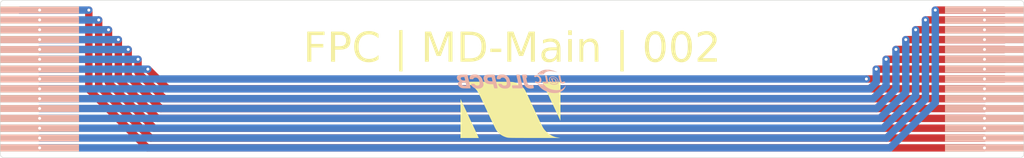
<source format=kicad_pcb>
(kicad_pcb (version 20240108) (generator "pcbnew") (generator_version "8.0")
  (layers (0 "F.Cu" signal) (31 "B.Cu" signal) (34 "B.Paste" user) (35 "F.Paste" user) (36 "B.SilkS" user "B.Silkscreen") (37 "F.SilkS" user "F.Silkscreen") (38 "B.Mask" user) (39 "F.Mask" user) (44 "Edge.Cuts" user))
  (net 0 "")
  (net 1 "Net-(J1-Pin_5)")
  (net 2 "Net-(J1-Pin_10)")
  (net 3 "Net-(J1-Pin_9)")
  (net 4 "Net-(J1-Pin_3)")
  (net 5 "Net-(J1-Pin_2)")
  (net 6 "Net-(J1-Pin_4)")
  (net 7 "Net-(J1-Pin_1)")
  (net 8 "Net-(J1-Pin_6)")
  (net 9 "Net-(J1-Pin_13)")
  (net 10 "Net-(J1-Pin_12)")
  (net 11 "Net-(J1-Pin_8)")
  (net 12 "Net-(J1-Pin_14)")
  (net 13 "Net-(J1-Pin_7)")
  (net 14 "Net-(J1-Pin_15)")
  (net 15 "Net-(J1-Pin_11)")
  (footprint "@2024-FPC-FFC:FPC-FFC" (layer "F.Cu") (at 98 0 -90)
    (property "Reference" "J2" (hide yes))
    (property "Value" "Conn_B")
  )
  (footprint "@2024-FPC-FFC:FPC-FFC" (layer "F.Cu") (at 2 0 90)
    (property "Reference" "J1" (hide yes))
    (property "Value" "Conn_A")
  )
  (gr_poly (pts (xy 54.799733 -0.370772) (xy 54.785255 -0.370304) (xy 54.771301 -0.369431) (xy 54.758226 -0.368149) (xy 54.746382 -0.366453) (xy 54.736125 -0.36434) (xy 54.727806 -0.361805) (xy 54.724484 -0.360378) (xy 54.721779 -0.358844) (xy 54.719153 -0.356632) (xy 54.717111 -0.353051) (xy 54.715671 -0.347924) (xy 54.714856 -0.341073) (xy 54.714686 -0.332321) (xy 54.715181 -0.321488) (xy 54.718252 -0.292875) (xy 54.724232 -0.25381) (xy 54.733289 -0.202872) (xy 54.76129 -0.059689) (xy 54.772618 -0.004792) (xy 54.783386 0.045252) (xy 54.793695 0.090714) (xy 54.803646 0.13187) (xy 54.813341 0.16899) (xy 54.82288 0.202348) (xy 54.832367 0.232217) (xy 54.8419 0.25887) (xy 54.846716 0.271075) (xy 54.851583 0.282579) (xy 54.856511 0.293415) (xy 54.861515 0.303617) (xy 54.866607 0.31322) (xy 54.871799 0.322258) (xy 54.877104 0.330764) (xy 54.882536 0.338774) (xy 54.888105 0.34632) (xy 54.893826 0.353437) (xy 54.899711 0.36016) (xy 54.905772 0.366522) (xy 54.912023 0.372557) (xy 54.918475 0.3783) (xy 54.925141 0.383784) (xy 54.932035 0.389045) (xy 54.945501 0.398491) (xy 54.959414 0.407254) (xy 54.973734 0.415334) (xy 54.988419 0.422735) (xy 55.003428 0.429457) (xy 55.018721 0.435504) (xy 55.034257 0.440876) (xy 55.049995 0.445577) (xy 55.065894 0.449608) (xy 55.081914 0.452972) (xy 55.098013 0.45567) (xy 55.114151 0.457704) (xy 55.130287 0.459077) (xy 55.14638 0.45979) (xy 55.162389 0.459846) (xy 55.178274 0.459247) (xy 55.193993 0.457995) (xy 55.209506 0.456092) (xy 55.224772 0.453539) (xy 55.239751 0.45034) (xy 55.2544 0.446495) (xy 55.268681 0.442008) (xy 55.282551 0.43688) (xy 55.295969 0.431113) (xy 55.308896 0.42471) (xy 55.32129 0.417672) (xy 55.33311 0.410001) (xy 55.344316 0.4017) (xy 55.354867 0.392771) (xy 55.364722 0.383215) (xy 55.373839 0.373036) (xy 55.382179 0.362233) (xy 55.388352 0.353497) (xy 55.393592 0.345719) (xy 55.397828 0.338768) (xy 55.400987 0.332512) (xy 55.40214 0.329603) (xy 55.402996 0.326818) (xy 55.403547 0.32414) (xy 55.403784 0.321554) (xy 55.403697 0.319042) (xy 55.403278 0.316587) (xy 55.402517 0.314174) (xy 55.401406 0.311786) (xy 55.399935 0.309406) (xy 55.398095 0.307018) (xy 55.395877 0.304605) (xy 55.393273 0.302151) (xy 55.390272 0.299639) (xy 55.386867 0.297052) (xy 55.378806 0.29159) (xy 55.369017 0.285631) (xy 55.357427 0.279044) (xy 55.328557 0.263456) (xy 55.26929 0.229589) (xy 55.229779 0.267689) (xy 55.225465 0.271682) (xy 55.220995 0.27546) (xy 55.216379 0.279022) (xy 55.211628 0.282368) (xy 55.20675 0.285496) (xy 55.201756 0.288407) (xy 55.191459 0.293574) (xy 55.180814 0.297865) (xy 55.169901 0.301275) (xy 55.158797 0.3038) (xy 55.147582 0.305436) (xy 55.136334 0.30618) (xy 55.125131 0.306026) (xy 55.114052 0.304971) (xy 55.103176 0.303011) (xy 55.092581 0.300141) (xy 55.087414 0.298364) (xy 55.082346 0.296358) (xy 55.077388 0.294122) (xy 55.072549 0.291657) (xy 55.067839 0.28896) (xy 55.063268 0.286033) (xy 55.05659 0.280575) (xy 55.050257 0.274053) (xy 55.044184 0.266162) (xy 55.038287 0.256599) (xy 55.032481 0.245059) (xy 55.026681 0.23124) (xy 55.020803 0.214837) (xy 55.014761 0.195546) (xy 55.001849 0.147086) (xy 54.987267 0.083429) (xy 54.970336 0.002144) (xy 54.950379 -0.0992) (xy 54.940896 -0.1489) (xy 54.93166 -0.195707) (xy 54.922921 -0.238577) (xy 54.914925 -0.276471) (xy 54.907922 -0.308345) (xy 54.902159 -0.333158) (xy 54.897884 -0.349868) (xy 54.896383 -0.354859) (xy 54.895346 -0.357433) (xy 54.894051 -0.358975) (xy 54.892048 -0.360426) (xy 54.889381 -0.361784) (xy 54.886094 -0.36305) (xy 54.877837 -0.365303) (xy 54.867631 -0.367179) (xy 54.855829 -0.368675) (xy 54.842785 -0.369786) (xy 54.828852 -0.370509) (xy 54.814383 -0.370839)) (stroke (width -0.000001)) (fill solid) (layer "B.SilkS"))
  (gr_poly (pts (xy 50.60204 -0.443687) (xy 50.571559 -0.443035) (xy 50.542079 -0.441744) (xy 50.514467 -0.439821) (xy 50.489592 -0.437271) (xy 50.468322 -0.434101) (xy 50.451525 -0.430318) (xy 50.445076 -0.428198) (xy 50.44007 -0.425926) (xy 50.436616 -0.423505) (xy 50.434824 -0.420933) (xy 50.435609 -0.40693) (xy 50.440843 -0.374785) (xy 50.46287 -0.264476) (xy 50.497332 -0.106807) (xy 50.540657 0.081422) (xy 50.585261 0.271702) (xy 50.604579 0.357102) (xy 50.621267 0.433142) (xy 50.634846 0.497673) (xy 50.644837 0.548544) (xy 50.650759 0.583607) (xy 50.652045 0.594538) (xy 50.652135 0.600711) (xy 50.647902 0.6374) (xy 50.32899 0.641633) (xy 50.24337 0.642777) (xy 50.17293 0.644169) (xy 50.142979 0.644994) (xy 50.116315 0.645925) (xy 50.092768 0.646975) (xy 50.072168 0.64816) (xy 50.054347 0.649493) (xy 50.039134 0.65099) (xy 50.02636 0.652665) (xy 50.015856 0.654532) (xy 50.011402 0.655542) (xy 50.007452 0.656605) (xy 50.003985 0.657724) (xy 50.000979 0.6589) (xy 49.998413 0.660135) (xy 49.996267 0.661431) (xy 49.994518 0.662789) (xy 49.993146 0.664211) (xy 49.990964 0.667147) (xy 49.989183 0.670699) (xy 49.987807 0.674921) (xy 49.98684 0.679866) (xy 49.986287 0.685588) (xy 49.986151 0.692141) (xy 49.986437 0.699579) (xy 49.987149 0.707956) (xy 49.98829 0.717324) (xy 49.989866 0.727739) (xy 49.994336 0.751921) (xy 50.000593 0.780931) (xy 50.008668 0.8152) (xy 50.041124 0.947845) (xy 50.567468 0.952078) (xy 50.714882 0.952858) (xy 50.833176 0.953026) (xy 50.882348 0.952855) (xy 50.925375 0.9525) (xy 50.962635 0.95195) (xy 50.994506 0.951196) (xy 51.021366 0.950227) (xy 51.043594 0.949032) (xy 51.061568 0.947602) (xy 51.075667 0.945926) (xy 51.081381 0.944993) (xy 51.086268 0.943994) (xy 51.090375 0.942928) (xy 51.093749 0.941795) (xy 51.096439 0.940592) (xy 51.09849 0.939319) (xy 51.099951 0.937974) (xy 51.100868 0.936556) (xy 51.101206 0.932651) (xy 51.100659 0.925297) (xy 51.097076 0.900991) (xy 51.09045 0.865143) (xy 51.081113 0.819257) (xy 51.055624 0.703392) (xy 51.023257 0.565433) (xy 50.865213 -0.096378) (xy 50.850457 -0.159122) (xy 50.836064 -0.218395) (xy 50.8224 -0.272838) (xy 50.809826 -0.321097) (xy 50.798708 -0.361815) (xy 50.789409 -0.393637) (xy 50.782293 -0.415206) (xy 50.779667 -0.421722) (xy 50.777723 -0.425167) (xy 50.774905 -0.427593) (xy 50.770493 -0.429847) (xy 50.757317 -0.43384) (xy 50.739065 -0.43715) (xy 50.716605 -0.439785) (xy 50.690804 -0.44175) (xy 50.662531 -0.443051) (xy 50.632653 -0.443695)) (stroke (width -0.000001)) (fill solid) (layer "B.SilkS"))
  (gr_poly (pts (xy 52.637568 0.572489) (xy 52.643384 0.582844) (xy 52.652076 0.596588) (xy 52.663216 0.613144) (xy 52.676374 0.631932) (xy 52.691119 0.652374) (xy 52.707021 0.673891) (xy 52.723651 0.695903) (xy 52.740579 0.717833) (xy 52.792062 0.779359) (xy 52.846978 0.8385) (xy 52.905254 0.895218) (xy 52.96682 0.949476) (xy 53.031602 1.001237) (xy 53.099528 1.050464) (xy 53.170525 1.09712) (xy 53.244522 1.141167) (xy 53.321446 1.182568) (xy 53.401225 1.221286) (xy 53.483785 1.257284) (xy 53.569056 1.290524) (xy 53.656964 1.32097) (xy 53.747437 1.348584) (xy 53.840404 1.373328) (xy 53.93579 1.395167) (xy 53.978931 1.403352) (xy 54.02447 1.410444) (xy 54.071993 1.41644) (xy 54.121087 1.421339) (xy 54.171338 1.425137) (xy 54.222334 1.427835) (xy 54.273661 1.429428) (xy 54.324904 1.429915) (xy 54.375652 1.429295) (xy 54.42549 1.427565) (xy 54.474005 1.424722) (xy 54.520784 1.420765) (xy 54.565413 1.415692) (xy 54.607479 1.409501) (xy 54.646569 1.40219) (xy 54.682268 1.393756) (xy 54.758803 1.37194) (xy 54.831259 1.347754) (xy 54.89966 1.321174) (xy 54.964027 1.292178) (xy 55.024385 1.260742) (xy 55.080756 1.226845) (xy 55.107453 1.208966) (xy 55.133161 1.190463) (xy 55.157885 1.171333) (xy 55.181625 1.151574) (xy 55.204386 1.131182) (xy 55.22617 1.110154) (xy 55.24698 1.088489) (xy 55.266818 1.066182) (xy 55.285688 1.043232) (xy 55.303593 1.019634) (xy 55.320535 0.995388) (xy 55.336517 0.970488) (xy 55.351542 0.944934) (xy 55.365612 0.918721) (xy 55.378732 0.891848) (xy 55.390902 0.864311) (xy 55.402127 0.836107) (xy 55.41241 0.807233) (xy 55.421752 0.777688) (xy 55.430157 0.747467) (xy 55.439795 0.709177) (xy 55.443487 0.693793) (xy 55.446407 0.680858) (xy 55.448542 0.670329) (xy 55.449877 0.662163) (xy 55.45024 0.658953) (xy 55.450397 0.656317) (xy 55.450348 0.65425) (xy 55.450089 0.652746) (xy 55.44962 0.6518) (xy 55.448937 0.651407) (xy 55.448041 0.651562) (xy 55.446928 0.652258) (xy 55.445597 0.653491) (xy 55.444046 0.655254) (xy 55.440277 0.660353) (xy 55.435608 0.66751) (xy 55.430022 0.676682) (xy 55.416046 0.7009) (xy 55.37975 0.758721) (xy 55.339198 0.812563) (xy 55.2945 0.862382) (xy 55.245765 0.908135) (xy 55.193102 0.949779) (xy 55.136621 0.98727) (xy 55.076432 1.020565) (xy 55.012645 1.049621) (xy 54.945368 1.074394) (xy 54.874711 1.09484) (xy 54.800785 1.110916) (xy 54.723698 1.12258) (xy 54.643559 1.129787) (xy 54.56048 1.132493) (xy 54.474569 1.130657) (xy 54.385935 1.124234) (xy 54.296778 1.11405) (xy 54.210315 1.100978) (xy 54.126593 1.085036) (xy 54.045659 1.066246) (xy 53.967561 1.044628) (xy 53.892346 1.020203) (xy 53.820063 0.992991) (xy 53.750758 0.963014) (xy 53.68448 0.930292) (xy 53.621275 0.894845) (xy 53.561192 0.856695) (xy 53.504277 0.815862) (xy 53.450579 0.772366) (xy 53.400144 0.726228) (xy 53.353021 0.67747) (xy 53.309257 0.626111) (xy 53.233057 0.531567) (xy 52.61499 0.531567)) (stroke (width -0.000001)) (fill solid) (layer "B.SilkS"))
  (gr_poly (pts (xy 51.162883 -0.440769) (xy 51.089116 -0.437139) (xy 51.058991 -0.434707) (xy 51.035028 -0.431889) (xy 51.018469 -0.428702) (xy 51.013355 -0.426977) (xy 51.010557 -0.425167) (xy 51.008357 -0.420344) (xy 51.007112 -0.412979) (xy 51.007867 -0.388786) (xy 51.013583 -0.348917) (xy 51.025021 -0.2897) (xy 51.068104 -0.098538) (xy 51.143202 0.214067) (xy 51.157906 0.273779) (xy 51.171934 0.328755) (xy 51.185404 0.379288) (xy 51.198433 0.425667) (xy 51.21114 0.468186) (xy 51.223643 0.507134) (xy 51.236059 0.542804) (xy 51.248506 0.575488) (xy 51.261101 0.605475) (xy 51.273964 0.633059) (xy 51.28721 0.658531) (xy 51.300959 0.682181) (xy 51.315328 0.704301) (xy 51.330435 0.725184) (xy 51.346398 0.74512) (xy 51.363335 0.7644) (xy 51.394371 0.796199) (xy 51.427141 0.825447) (xy 51.461626 0.852141) (xy 51.497809 0.876275) (xy 51.535671 0.897846) (xy 51.575192 0.91685) (xy 51.616354 0.933282) (xy 51.659139 0.947139) (xy 51.703528 0.958416) (xy 51.749502 0.96711) (xy 51.797044 0.973215) (xy 51.846133 0.976728) (xy 51.896752 0.977645) (xy 51.948882 0.975962) (xy 52.002505 0.971674) (xy 52.057601 0.964778) (xy 52.085741 0.959902) (xy 52.112591 0.954878) (xy 52.137522 0.949821) (xy 52.159907 0.944846) (xy 52.179117 0.94007) (xy 52.187335 0.937792) (xy 52.194523 0.935608) (xy 52.200604 0.933531) (xy 52.205498 0.931575) (xy 52.209127 0.929757) (xy 52.210443 0.928903) (xy 52.211413 0.928089) (xy 52.212916 0.925669) (xy 52.214001 0.921905) (xy 52.214987 0.910701) (xy 52.214523 0.895176) (xy 52.212758 0.876032) (xy 52.209843 0.853969) (xy 52.205931 0.829689) (xy 52.195714 0.777276) (xy 52.183314 0.724401) (xy 52.176673 0.699542) (xy 52.169939 0.676669) (xy 52.163263 0.656483) (xy 52.156795 0.639685) (xy 52.150688 0.626976) (xy 52.147816 0.622373) (xy 52.14509 0.619056) (xy 52.142587 0.616807) (xy 52.139818 0.614825) (xy 52.136747 0.613112) (xy 52.133338 0.611669) (xy 52.129558 0.6105) (xy 52.125371 0.609605) (xy 52.120741 0.608987) (xy 52.115633 0.608649) (xy 52.110013 0.608591) (xy 52.103846 0.608817) (xy 52.097095 0.609328) (xy 52.089726 0.610126) (xy 52.081704 0.611214) (xy 52.072994 0.612593) (xy 52.053368 0.616233) (xy 52.035762 0.618866) (xy 52.01518 0.621415) (xy 51.992349 0.623799) (xy 51.967996 0.625935) (xy 51.942849 0.62774) (xy 51.917637 0.629132) (xy 51.893086 0.630028) (xy 51.869924 0.630345) (xy 51.843037 0.629924) (xy 51.817878 0.62863) (xy 51.794356 0.626419) (xy 51.783181 0.624955) (xy 51.772381 0.623245) (xy 51.761944 0.621282) (xy 51.75186 0.619062) (xy 51.742118 0.616578) (xy 51.732704 0.613825) (xy 51.723609 0.610796) (xy 51.714822 0.607488) (xy 51.706329 0.603893) (xy 51.698121 0.600006) (xy 51.690186 0.595821) (xy 51.682512 0.591333) (xy 51.675088 0.586536) (xy 51.667903 0.581424) (xy 51.660946 0.575992) (xy 51.654204 0.570234) (xy 51.647667 0.564144) (xy 51.641324 0.557716) (xy 51.635162 0.550946) (xy 51.629171 0.543826) (xy 51.623339 0.536353) (xy 51.617654 0.528519) (xy 51.612107 0.520319) (xy 51.606684 0.511747) (xy 51.601375 0.502798) (xy 51.596168 0.493467) (xy 51.587156 0.473774) (xy 51.576724 0.446186) (xy 51.552798 0.372133) (xy 51.526789 0.280915) (xy 51.501095 0.18214) (xy 51.478112 0.085416) (xy 51.460238 0.00035) (xy 51.453967 -0.034809) (xy 51.449873 -0.063451) (xy 51.448255 -0.084374) (xy 51.449413 -0.096378) (xy 51.450617 -0.098541) (xy 51.452102 -0.100787) (xy 51.453852 -0.1031) (xy 51.455851 -0.105462) (xy 51.45808 -0.107857) (xy 51.460525 -0.110268) (xy 51.463168 -0.11268) (xy 51.465993 -0.115075) (xy 51.468983 -0.117437) (xy 51.472123 -0.119749) (xy 51.475394 -0.121995) (xy 51.478781 -0.124159) (xy 51.482268 -0.126223) (xy 51.485837 -0.128172) (xy 51.489472 -0.129988) (xy 51.493157 -0.131655) (xy 51.496609 -0.133026) (xy 51.500069 -0.134486) (xy 51.503513 -0.136024) (xy 51.506915 -0.137631) (xy 51.510252 -0.139295) (xy 51.513497 -0.141007) (xy 51.516626 -0.142756) (xy 51.519615 -0.144532) (xy 51.522439 -0.146324) (xy 51.525072 -0.148123) (xy 51.527491 -0.149918) (xy 51.52967 -0.151698) (xy 51.531584 -0.153453) (xy 51.533208 -0.155173) (xy 51.533905 -0.156017) (xy 51.534519 -0.156848) (xy 51.535049 -0.157665) (xy 51.53549 -0.158467) (xy 51.536121 -0.160289) (xy 51.536438 -0.163323) (xy 51.53619 -0.172713) (xy 51.534877 -0.186009) (xy 51.532624 -0.202586) (xy 51.525817 -0.243075) (xy 51.516793 -0.289171) (xy 51.506579 -0.335861) (xy 51.4962 -0.378137) (xy 51.48668 -0.410987) (xy 51.482563 -0.422311) (xy 51.479046 -0.4294) (xy 51.476633 -0.431306) (xy 51.471878 -0.433058) (xy 51.455964 -0.436106) (xy 51.432547 -0.438562) (xy 51.402868 -0.440446) (xy 51.329697 -0.442571) (xy 51.246389 -0.442629)) (stroke (width -0.000001)) (fill solid) (layer "B.SilkS"))
  (gr_poly (pts (xy 53.438374 -0.372426) (xy 53.423552 -0.371643) (xy 53.409231 -0.370224) (xy 53.395778 -0.368182) (xy 53.383561 -0.365525) (xy 53.372948 -0.362265) (xy 53.368358 -0.360412) (xy 53.364307 -0.358412) (xy 53.360841 -0.356266) (xy 53.358006 -0.353975) (xy 53.355848 -0.351542) (xy 53.354413 -0.348967) (xy 53.353929 -0.345355) (xy 53.354049 -0.338863) (xy 53.356 -0.317878) (xy 53.360068 -0.287302) (xy 53.366054 -0.248425) (xy 53.382988 -0.150926) (xy 53.405213 -0.0357) (xy 53.445782 0.175438) (xy 53.458394 0.243502) (xy 53.461856 0.263817) (xy 53.463068 0.273333) (xy 53.462499 0.275633) (xy 53.460761 0.277773) (xy 53.457813 0.279761) (xy 53.453609 0.281602) (xy 53.448108 0.283302) (xy 53.441265 0.284868) (xy 53.423381 0.287621) (xy 53.399609 0.289911) (xy 53.369604 0.291788) (xy 53.333017 0.293301) (xy 53.289501 0.2945) (xy 53.117346 0.298733) (xy 53.120168 0.341067) (xy 53.122594 0.378431) (xy 53.124038 0.393278) (xy 53.126342 0.405824) (xy 53.130035 0.416261) (xy 53.132568 0.420749) (xy 53.135646 0.424783) (xy 53.139337 0.428385) (xy 53.143705 0.43158) (xy 53.148818 0.434392) (xy 53.15474 0.436846) (xy 53.169282 0.440772) (xy 53.187857 0.443552) (xy 53.210997 0.445376) (xy 53.239231 0.446437) (xy 53.313094 0.447041) (xy 53.413679 0.4469) (xy 53.457232 0.446864) (xy 53.495998 0.44674) (xy 53.530249 0.446509) (xy 53.560258 0.44615) (xy 53.586299 0.445643) (xy 53.597917 0.445326) (xy 53.608644 0.444965) (xy 53.618516 0.444557) (xy 53.627566 0.444098) (xy 53.635829 0.443586) (xy 53.643338 0.44302) (xy 53.650127 0.442395) (xy 53.656232 0.44171) (xy 53.661685 0.440962) (xy 53.666522 0.440148) (xy 53.670775 0.439266) (xy 53.67448 0.438313) (xy 53.67767 0.437287) (xy 53.679083 0.436745) (xy 53.680379 0.436184) (xy 53.681564 0.435604) (xy 53.682642 0.435004) (xy 53.683617 0.434383) (xy 53.684493 0.433742) (xy 53.685274 0.43308) (xy 53.685965 0.432396) (xy 53.68657 0.431691) (xy 53.687093 0.430964) (xy 53.687539 0.430215) (xy 53.687911 0.429444) (xy 53.688215 0.428649) (xy 53.688453 0.427831) (xy 53.688631 0.42699) (xy 53.688753 0.426125) (xy 53.688846 0.424322) (xy 53.682576 0.377367) (xy 53.665937 0.284159) (xy 53.614586 0.022685) (xy 53.560854 -0.232704) (xy 53.541239 -0.318305) (xy 53.530802 -0.354611) (xy 53.528341 -0.357034) (xy 53.525224 -0.359276) (xy 53.521496 -0.361339) (xy 53.517203 -0.363224) (xy 53.512391 -0.364932) (xy 53.507107 -0.366465) (xy 53.495303 -0.369009) (xy 53.48216 -0.370867) (xy 53.468046 -0.372049) (xy 53.453327 -0.372565)) (stroke (width -0.000001)) (fill solid) (layer "B.SilkS"))
  (gr_poly (pts (xy 54.087661 -0.257545) (xy 54.064353 -0.256829) (xy 54.041888 -0.255458) (xy 54.020515 -0.253418) (xy 54.000481 -0.250693) (xy 53.982035 -0.24727) (xy 53.965424 -0.243133) (xy 53.952097 -0.239212) (xy 53.939109 -0.234864) (xy 53.926469 -0.2301) (xy 53.914186 -0.224932) (xy 53.902267 -0.219372) (xy 53.890721 -0.21343) (xy 53.879558 -0.207118) (xy 53.868785 -0.200447) (xy 53.858411 -0.193429) (xy 53.848444 -0.186076) (xy 53.838893 -0.178397) (xy 53.829767 -0.170406) (xy 53.821074 -0.162113) (xy 53.812822 -0.153529) (xy 53.805021 -0.144666) (xy 53.797678 -0.135536) (xy 53.790802 -0.126149) (xy 53.784402 -0.116518) (xy 53.778486 -0.106652) (xy 53.773063 -0.096565) (xy 53.768142 -0.086267) (xy 53.76373 -0.075769) (xy 53.759836 -0.065083) (xy 53.756469 -0.054221) (xy 53.753638 -0.043193) (xy 53.75135 -0.032011) (xy 53.749615 -0.020686) (xy 53.748441 -0.009231) (xy 53.747836 0.002345) (xy 53.747809 0.014029) (xy 53.748369 0.025811) (xy 53.749524 0.037678) (xy 53.75189 0.054505) (xy 53.755008 0.07111) (xy 53.75886 0.087476) (xy 53.763431 0.103587) (xy 53.768702 0.119427) (xy 53.774657 0.13498) (xy 53.781279 0.150231) (xy 53.78855 0.165163) (xy 53.796453 0.17976) (xy 53.804973 0.194006) (xy 53.81409 0.207885) (xy 53.823789 0.221381) (xy 53.834052 0.234479) (xy 53.844863 0.247161) (xy 53.868057 0.271217) (xy 53.893236 0.29342) (xy 53.920263 0.313644) (xy 53.949001 0.331759) (xy 53.979314 0.347637) (xy 53.995019 0.354698) (xy 54.011066 0.361151) (xy 54.027439 0.366981) (xy 54.044121 0.372172) (xy 54.061094 0.376707) (xy 54.078341 0.380572) (xy 54.095845 0.383749) (xy 54.11359 0.386222) (xy 54.124449 0.387427) (xy 54.134316 0.388389) (xy 54.143257 0.389093) (xy 54.151338 0.38953) (xy 54.155076 0.389643) (xy 54.158625 0.389685) (xy 54.161991 0.389653) (xy 54.165184 0.389546) (xy 54.168212 0.389363) (xy 54.171082 0.389102) (xy 54.173804 0.388761) (xy 54.176385 0.388339) (xy 54.178834 0.387834) (xy 54.181158 0.387246) (xy 54.183367 0.386571) (xy 54.185469 0.385809) (xy 54.187471 0.384958) (xy 54.189383 0.384017) (xy 54.191211 0.382984) (xy 54.192965 0.381857) (xy 54.194654 0.380635) (xy 54.196284 0.379316) (xy 54.197864 0.3779) (xy 54.199404 0.376383) (xy 54.20091 0.374765) (xy 54.202391 0.373045) (xy 54.203856 0.37122) (xy 54.205313 0.369289) (xy 54.208354 0.365304) (xy 54.211191 0.36182) (xy 54.213917 0.35884) (xy 54.216624 0.356369) (xy 54.217999 0.355325) (xy 54.219405 0.35441) (xy 54.220852 0.353624) (xy 54.222353 0.352968) (xy 54.22392 0.352442) (xy 54.225563 0.352046) (xy 54.227294 0.351782) (xy 54.229125 0.35165) (xy 54.231068 0.35165) (xy 54.233134 0.351783) (xy 54.237683 0.352449) (xy 54.242864 0.353653) (xy 54.24877 0.355398) (xy 54.255496 0.357689) (xy 54.263132 0.36053) (xy 54.281513 0.367878) (xy 54.297592 0.374013) (xy 54.313042 0.379186) (xy 54.327897 0.383396) (xy 54.34219 0.386641) (xy 54.355954 0.388919) (xy 54.362648 0.389694) (xy 54.369222 0.390227) (xy 54.37568 0.390517) (xy 54.382027 0.390563) (xy 54.388266 0.390367) (xy 54.394402 0.389926) (xy 54.400438 0.389242) (xy 54.406379 0.388314) (xy 54.41223 0.387141) (xy 54.417994 0.385723) (xy 54.423675 0.384061) (xy 54.429277 0.382153) (xy 54.434805 0.38) (xy 54.440263 0.377601) (xy 54.445654 0.374956) (xy 54.450984 0.372065) (xy 54.456255 0.368928) (xy 54.461473 0.365543) (xy 54.466642 0.361912) (xy 54.471765 0.358033) (xy 54.48189 0.349533) (xy 54.489156 0.342919) (xy 54.495635 0.33677) (xy 54.501365 0.330989) (xy 54.506386 0.325478) (xy 54.510738 0.320142) (xy 54.514459 0.314881) (xy 54.517589 0.3096) (xy 54.518944 0.306922) (xy 54.520167 0.304201) (xy 54.521261 0.301428) (xy 54.522232 0.298588) (xy 54.523824 0.292662) (xy 54.524982 0.286327) (xy 54.525745 0.279485) (xy 54.526153 0.27204) (xy 54.526244 0.263894) (xy 54.526058 0.25495) (xy 54.525635 0.245111) (xy 54.52498 0.235233) (xy 54.408513 0.235233) (xy 54.40826 0.246649) (xy 54.407487 0.257103) (xy 54.406898 0.261979) (xy 54.406169 0.266627) (xy 54.405297 0.27105) (xy 54.404279 0.275252) (xy 54.403113 0.279237) (xy 54.401795 0.283008) (xy 54.400321 0.286571) (xy 54.39869 0.289928) (xy 54.396897 0.293083) (xy 54.39494 0.296041) (xy 54.392816 0.298805) (xy 54.390521 0.301379) (xy 54.388052 0.303767) (xy 54.385407 0.305973) (xy 54.382582 0.308001) (xy 54.379574 0.309854) (xy 54.37638 0.311537) (xy 54.372996 0.313053) (xy 54.369421 0.314406) (xy 54.36565 0.315601) (xy 54.361681 0.31664) (xy 54.35751 0.317528) (xy 54.353135 0.318269) (xy 54.348551 0.318867) (xy 54.338749 0.319647) (xy 54.328079 0.3199) (xy 54.319803 0.3195) (xy 54.311395 0.318321) (xy 54.302882 0.316395) (xy 54.29429 0.313751) (xy 54.285643 0.310423) (xy 54.276969 0.306441) (xy 54.268293 0.301835) (xy 54.25964 0.296639) (xy 54.24251 0.284597) (xy 54.225785 0.270564) (xy 54.209671 0.25479) (xy 54.194377 0.237527) (xy 54.180107 0.219023) (xy 54.167069 0.199528) (xy 54.15547 0.179294) (xy 54.145517 0.15857) (xy 54.137415 0.137607) (xy 54.134124 0.127113) (xy 54.131373 0.116653) (xy 54.129188 0.106259) (xy 54.127595 0.09596) (xy 54.126621 0.08579) (xy 54.12629 0.075778) (xy 54.126388 0.07074) (xy 54.126671 0.065702) (xy 54.127128 0.060697) (xy 54.127746 0.055758) (xy 54.128513 0.050918) (xy 54.129416 0.046211) (xy 54.130443 0.041669) (xy 54.131582 0.037325) (xy 54.13282 0.033213) (xy 54.134145 0.029366) (xy 54.135545 0.025816) (xy 54.137006 0.022597) (xy 54.138517 0.019741) (xy 54.140065 0.017283) (xy 54.140849 0.016213) (xy 54.141638 0.015254) (xy 54.14243 0.014412) (xy 54.143224 0.013689) (xy 54.152671 0.007168) (xy 54.162466 0.001868) (xy 54.172564 -0.002246) (xy 54.182925 -0.005209) (xy 54.193506 -0.007058) (xy 54.204265 -0.007826) (xy 54.21516 -0.00755) (xy 54.226149 -0.006265) (xy 54.237189 -0.004006) (xy 54.248239 -0.00081) (xy 54.259256 0.00329) (xy 54.270199 0.008257) (xy 54.281025 0.014056) (xy 54.291692 0.020651) (xy 54.302158 0.028008) (xy 54.312381 0.03609) (xy 54.322318 0.044863) (xy 54.331929 0.054291) (xy 54.341169 0.064339) (xy 54.349998 0.07497) (xy 54.358374 0.086151) (xy 54.366253 0.097845) (xy 54.373595 0.110017) (xy 54.380357 0.122631) (xy 54.386496 0.135653) (xy 54.391971 0.149046) (xy 54.39674 0.162776) (xy 54.40076 0.176807) (xy 54.403989 0.191104) (xy 54.406386 0.205631) (xy 54.407908 0.220352) (xy 54.408513 0.235233) (xy 54.52498 0.235233) (xy 54.524644 0.230163) (xy 54.522749 0.215236) (xy 54.519981 0.200361) (xy 54.516372 0.185566) (xy 54.511951 0.170882) (xy 54.506749 0.156338) (xy 54.500798 0.141965) (xy 54.494127 0.127791) (xy 54.486769 0.113846) (xy 54.478752 0.100161) (xy 54.470109 0.086764) (xy 54.46087 0.073686) (xy 54.451065 0.060956) (xy 54.440726 0.048605) (xy 54.429883 0.036661) (xy 54.418567 0.025154) (xy 54.406808 0.014115) (xy 54.394638 0.003572) (xy 54.382087 -0.006443) (xy 54.369186 -0.015903) (xy 54.355966 -0.024777) (xy 54.342457 -0.033034) (xy 54.32869 -0.040647) (xy 54.314696 -0.047584) (xy 54.300505 -0.053816) (xy 54.286149 -0.059314) (xy 54.271658 -0.064048) (xy 54.257063 -0.067987) (xy 54.242395 -0.071103) (xy 54.227684 -0.073365) (xy 54.212961 -0.074745) (xy 54.198257 -0.075211) (xy 54.192143 -0.075081) (xy 54.185993 -0.074698) (xy 54.179833 -0.074076) (xy 54.173695 -0.073227) (xy 54.167606 -0.072162) (xy 54.161596 -0.070895) (xy 54.155693 -0.069438) (xy 54.149926 -0.067803) (xy 54.144325 -0.066002) (xy 54.138919 -0.064049) (xy 54.133735 -0.061955) (xy 54.128804 -0.059733) (xy 54.124154 -0.057395) (xy 54.119814 -0.054954) (xy 54.115812 -0.052422) (xy 54.112179 -0.049811) (xy 54.106444 -0.045346) (xy 54.101356 -0.041477) (xy 54.096834 -0.038202) (xy 54.094761 -0.036789) (xy 54.092799 -0.035524) (xy 54.090938 -0.034407) (xy 54.089168 -0.03344) (xy 54.087479 -0.032621) (xy 54.085861 -0.031952) (xy 54.084305 -0.031431) (xy 54.082799 -0.031059) (xy 54.081334 -0.030835) (xy 54.0799 -0.030761) (xy 54.078487 -0.030835) (xy 54.077084 -0.031059) (xy 54.075681 -0.031431) (xy 54.074269 -0.031952) (xy 54.072838 -0.032621) (xy 54.071377 -0.03344) (xy 54.069876 -0.034407) (xy 54.068325 -0.035524) (xy 54.066714 -0.036789) (xy 54.065033 -0.038202) (xy 54.061421 -0.041477) (xy 54.057407 -0.045346) (xy 54.052913 -0.049811) (xy 54.050073 -0.052422) (xy 54.046866 -0.054954) (xy 54.043319 -0.057395) (xy 54.039463 -0.059733) (xy 54.035325 -0.061955) (xy 54.030936 -0.064049) (xy 54.026323 -0.066002) (xy 54.021515 -0.067803) (xy 54.016543 -0.069438) (xy 54.011434 -0.070895) (xy 54.006217 -0.072162) (xy 54.000922 -0.073227) (xy 53.995577 -0.074076) (xy 53.990212 -0.074698) (xy 53.984855 -0.075081) (xy 53.979535 -0.075211) (xy 53.930146 -0.075211) (xy 54.007757 0.099767) (xy 54.023186 0.13556) (xy 54.037523 0.169418) (xy 54.050471 0.200598) (xy 54.061732 0.228354) (xy 54.071009 0.251943) (xy 54.078004 0.270621) (xy 54.082419 0.283644) (xy 54.083566 0.287802) (xy 54.083957 0.290267) (xy 54.08381 0.292185) (xy 54.083376 0.293971) (xy 54.082664 0.295625) (xy 54.081686 0.297146) (xy 54.080452 0.298535) (xy 54.078971 0.299792) (xy 54.077255 0.300916) (xy 54.075314 0.301908) (xy 54.073158 0.302768) (xy 54.070797 0.303496) (xy 54.065502 0.304554) (xy 54.059513 0.305083) (xy 54.052913 0.305083) (xy 54.045783 0.304554) (xy 54.038206 0.303496) (xy 54.030266 0.301908) (xy 54.022045 0.299792) (xy 54.013625 0.297146) (xy 54.005089 0.293971) (xy 53.996521 0.290267) (xy 53.988002 0.286033) (xy 53.975887 0.279206) (xy 53.964157 0.271711) (xy 53.952826 0.263587) (xy 53.941906 0.254868) (xy 53.931411 0.245591) (xy 53.921354 0.235792) (xy 53.911749 0.225507) (xy 53.902607 0.214772) (xy 53.893943 0.203624) (xy 53.88577 0.192099) (xy 53.870948 0.168062) (xy 53.858247 0.14295) (xy 53.847772 0.117053) (xy 53.839629 0.090659) (xy 53.836465 0.077367) (xy 53.833923 0.064059) (xy 53.832017 0.050772) (xy 53.830759 0.037541) (xy 53.830164 0.024404) (xy 53.830244 0.011396) (xy 53.831012 -0.001447) (xy 53.832481 -0.014088) (xy 53.834666 -0.026492) (xy 53.837578 -0.038621) (xy 53.841231 -0.050441) (xy 53.845638 -0.061914) (xy 53.850813 -0.073005) (xy 53.856768 -0.083678) (xy 53.859969 -0.088285) (xy 53.863719 -0.093087) (xy 53.867974 -0.098046) (xy 53.872687 -0.103125) (xy 53.877814 -0.108286) (xy 53.883309 -0.113493) (xy 53.889127 -0.118708) (xy 53.895221 -0.123894) (xy 53.901547 -0.129014) (xy 53.908059 -0.134031) (xy 53.914711 -0.138907) (xy 53.921459 -0.143606) (xy 53.928256 -0.148089) (xy 53.935057 -0.152321) (xy 53.941817 -0.156262) (xy 53.94849 -0.159878) (xy 53.968511 -0.16884) (xy 53.977934 -0.17254) (xy 53.987208 -0.175753) (xy 53.996515 -0.178502) (xy 54.006037 -0.180813) (xy 54.015956 -0.18271) (xy 54.026454 -0.184219) (xy 54.037713 -0.185364) (xy 54.049914 -0.186171) (xy 54.06324 -0.186663) (xy 54.077872 -0.186865) (xy 54.111782 -0.186501) (xy 54.153102 -0.185278) (xy 54.195697 -0.18361) (xy 54.213988 -0.182627) (xy 54.230602 -0.181463) (xy 54.245787 -0.18006) (xy 54.259787 -0.178357) (xy 54.272848 -0.176295) (xy 54.285217 -0.173812) (xy 54.297139 -0.170851) (xy 54.308861 -0.167349) (xy 54.320629 -0.163249) (xy 54.332687 -0.158489) (xy 54.345284 -0.153009) (xy 54.358663 -0.146751) (xy 54.373073 -0.139653) (xy 54.388757 -0.131655) (xy 54.416862 -0.116073) (xy 54.443468 -0.099007) (xy 54.468532 -0.080527) (xy 54.492011 -0.060703) (xy 54.513861 -0.039606) (xy 54.534038 -0.017306) (xy 54.5525 0.006127) (xy 54.569203 0.030622) (xy 54.584103 0.05611) (xy 54.597158 0.082519) (xy 54.608323 0.10978) (xy 54.617556 0.137823) (xy 54.624812 0.166576) (xy 54.630049 0.19597) (xy 54.633223 0.225935) (xy 54.63429 0.2564) (xy 54.634067 0.267922) (xy 54.6334 0.279202) (xy 54.632288 0.290239) (xy 54.630735 0.301032) (xy 54.628742 0.311579) (xy 54.62631 0.321878) (xy 54.62344 0.331929) (xy 54.620135 0.341728) (xy 54.616396 0.351276) (xy 54.612225 0.360569) (xy 54.607622 0.369608) (xy 54.60259 0.37839) (xy 54.59713 0.386913) (xy 54.591244 0.395176) (xy 54.584933 0.403178) (xy 54.578199 0.410917) (xy 54.571043 0.418391) (xy 54.563467 0.425599) (xy 54.555472 0.432539) (xy 54.547061 0.439211) (xy 54.538234 0.445611) (xy 54.528992 0.451739) (xy 54.519339 0.457593) (xy 54.509275 0.463172) (xy 54.48792 0.473497) (xy 54.464941 0.482702) (xy 54.440349 0.490773) (xy 54.414157 0.4977) (xy 54.383317 0.504135) (xy 54.352245 0.50916) (xy 54.32104 0.512788) (xy 54.289803 0.51503) (xy 54.258632 0.515901) (xy 54.227626 0.515411) (xy 54.196885 0.513573) (xy 54.166507 0.5104) (xy 54.136593 0.505904) (xy 54.10724 0.500098) (xy 54.07855 0.492993) (xy 54.05062 0.484603) (xy 54.023549 0.47494) (xy 53.997438 0.464015) (xy 53.972386 0.451842) (xy 53.94849 0.438434) (xy 53.940199 0.433476) (xy 53.931769 0.428674) (xy 53.923261 0.42405) (xy 53.914734 0.419626) (xy 53.906248 0.415425) (xy 53.897864 0.411471) (xy 53.889641 0.407785) (xy 53.881639 0.40439) (xy 53.873918 0.40131) (xy 53.866538 0.398567) (xy 53.85956 0.396183) (xy 53.853042 0.394182) (xy 53.847045 0.392586) (xy 53.841629 0.391418) (xy 53.836854 0.3907) (xy 53.832779 0.390456) (xy 53.79609 0.390456) (xy 53.842657 0.438434) (xy 53.855642 0.451012) (xy 53.869688 0.463078) (xy 53.900752 0.485634) (xy 53.935417 0.506032) (xy 53.973251 0.524203) (xy 54.013821 0.540074) (xy 54.056697 0.553577) (xy 54.101445 0.56464) (xy 54.147633 0.573195) (xy 54.194831 0.579169) (xy 54.242605 0.582494) (xy 54.290524 0.583098) (xy 54.338156 0.580912) (xy 54.385068 0.575864) (xy 54.430829 0.567886) (xy 54.475006 0.556907) (xy 54.517168 0.542856) (xy 54.52983 0.537876) (xy 54.542145 0.53247) (xy 54.565708 0.520424) (xy 54.5878 0.506811) (xy 54.608361 0.491725) (xy 54.627335 0.475258) (xy 54.644664 0.457503) (xy 54.66029 0.438553) (xy 54.674154 0.418501) (xy 54.6862 0.397441) (xy 54.696368 0.375465) (xy 54.700731 0.364163) (xy 54.704602 0.352667) (xy 54.707975 0.340988) (xy 54.710843 0.329138) (xy 54.713198 0.31713) (xy 54.715034 0.304973) (xy 54.716342 0.292681) (xy 54.717116 0.280265) (xy 54.717348 0.267736) (xy 54.717032 0.255106) (xy 54.71616 0.242386) (xy 54.714724 0.229589) (xy 54.707556 0.188921) (xy 54.697733 0.149511) (xy 54.685309 0.111429) (xy 54.67034 0.074742) (xy 54.652883 0.039518) (xy 54.632992 0.005826) (xy 54.610725 -0.026266) (xy 54.586136 -0.05669) (xy 54.559282 -0.085378) (xy 54.530218 -0.112261) (xy 54.499 -0.137271) (xy 54.465685 -0.160341) (xy 54.430327 -0.181401) (xy 54.392982 -0.200384) (xy 54.353707 -0.217221) (xy 54.312557 -0.231844) (xy 54.294458 -0.236886) (xy 54.274722 -0.241416) (xy 54.253596 -0.245422) (xy 54.23133 -0.248888) (xy 54.208171 -0.2518) (xy 54.184366 -0.254144) (xy 54.160165 -0.255905) (xy 54.135815 -0.257068) (xy 54.111565 -0.257619)) (stroke (width -0.000001)) (fill solid) (layer "B.SilkS"))
  (gr_poly (pts (xy 53.540856 -0.947631) (xy 53.463495 -0.944935) (xy 53.391476 -0.940619) (xy 53.329545 -0.934782) (xy 53.303844 -0.931324) (xy 53.282446 -0.927522) (xy 53.236218 -0.917175) (xy 53.190696 -0.905201) (xy 53.145927 -0.891627) (xy 53.101956 -0.87648) (xy 53.058828 -0.859786) (xy 53.016589 -0.841574) (xy 52.975285 -0.821869) (xy 52.93496 -0.800699) (xy 52.89566 -0.778089) (xy 52.857431 -0.754068) (xy 52.820319 -0.728663) (xy 52.784368 -0.701899) (xy 52.749624 -0.673804) (xy 52.716133 -0.644404) (xy 52.68394 -0.613727) (xy 52.65309 -0.5818) (xy 52.634503 -0.561438) (xy 52.617107 -0.541936) (xy 52.601298 -0.523757) (xy 52.587474 -0.507364) (xy 52.57603 -0.49322) (xy 52.571326 -0.487136) (xy 52.567365 -0.481787) (xy 52.564199 -0.477233) (xy 52.561875 -0.47353) (xy 52.560445 -0.470737) (xy 52.56008 -0.4697) (xy 52.559957 -0.468911) (xy 52.561551 -0.467606) (xy 52.566227 -0.46634) (xy 52.584188 -0.46395) (xy 52.612568 -0.461792) (xy 52.650092 -0.459915) (xy 52.747481 -0.457203) (xy 52.866168 -0.456211) (xy 53.17379 -0.456211) (xy 53.26269 -0.554989) (xy 53.275124 -0.568543) (xy 53.287082 -0.581205) (xy 53.298651 -0.593039) (xy 53.309918 -0.604113) (xy 53.320971 -0.614492) (xy 53.331895 -0.624243) (xy 53.342778 -0.633432) (xy 53.353707 -0.642125) (xy 53.364768 -0.650388) (xy 53.376048 -0.658287) (xy 53.387634 -0.665888) (xy 53.399612 -0.673258) (xy 53.41207 -0.680462) (xy 53.425095 -0.687567) (xy 53.438773 -0.694639) (xy 53.45319 -0.701744) (xy 53.500144 -0.722879) (xy 53.548959 -0.741305) (xy 53.599675 -0.757028) (xy 53.652333 -0.770051) (xy 53.706977 -0.780379) (xy 53.763646 -0.788015) (xy 53.822382 -0.792964) (xy 53.883227 -0.79523) (xy 53.946221 -0.794818) (xy 54.011406 -0.79173) (xy 54.078824 -0.785972) (xy 54.148515 -0.777547) (xy 54.220522 -0.76646) (xy 54.294885 -0.752715) (xy 54.371646 -0.736316) (xy 54.450846 -0.717267) (xy 54.47774 -0.710611) (xy 54.503013 -0.7045) (xy 54.526103 -0.699085) (xy 54.546449 -0.694512) (xy 54.563487 -0.690932) (xy 54.576655 -0.688493) (xy 54.581613 -0.687748) (xy 54.585392 -0.687344) (xy 54.587923 -0.687299) (xy 54.588698 -0.687418) (xy 54.589135 -0.687633) (xy 54.589104 -0.688555) (xy 54.58773 -0.689979) (xy 54.5812 -0.694231) (xy 54.554761 -0.707609) (xy 54.513803 -0.726081) (xy 54.462311 -0.747958) (xy 54.404271 -0.771556) (xy 54.343668 -0.795186) (xy 54.284486 -0.817163) (xy 54.230713 -0.8358) (xy 54.18295 -0.851052) (xy 54.129069 -0.8668) (xy 54.071417 -0.882482) (xy 54.012343 -0.897536) (xy 53.954195 -0.911399) (xy 53.899322 -0.923509) (xy 53.850071 -0.933304) (xy 53.80879 -0.940222) (xy 53.785159 -0.94287) (xy 53.757525 -0.945001) (xy 53.692616 -0.947763) (xy 53.618811 -0.948606)) (stroke (width -0.000001)) (fill solid) (layer "B.SilkS"))
  (gr_poly (pts (xy 52.48164 -0.383715) (xy 52.464085 -0.383327) (xy 52.446765 -0.38256) (xy 52.429916 -0.381418) (xy 52.413775 -0.379901) (xy 52.398576 -0.378012) (xy 52.384555 -0.375753) (xy 52.371948 -0.373126) (xy 52.36099 -0.370133) (xy 52.355789 -0.368136) (xy 52.350272 -0.365864) (xy 52.338479 -0.360586) (xy 52.325991 -0.354481) (xy 52.313189 -0.347732) (xy 52.300453 -0.340519) (xy 52.288164 -0.333025) (xy 52.282305 -0.32923) (xy 52.276701 -0.325432) (xy 52.271399 -0.321656) (xy 52.266446 -0.317922) (xy 52.218468 -0.284056) (xy 52.27209 -0.229022) (xy 52.277641 -0.223288) (xy 52.283159 -0.217744) (xy 52.28861 -0.212415) (xy 52.293963 -0.207326) (xy 52.299183 -0.202502) (xy 52.304237 -0.197967) (xy 52.309093 -0.193746) (xy 52.313718 -0.189864) (xy 52.318078 -0.186346) (xy 52.322141 -0.183216) (xy 52.325873 -0.1805) (xy 52.32924 -0.178222) (xy 52.332212 -0.176407) (xy 52.334753 -0.17508) (xy 52.335852 -0.174607) (xy 52.336831 -0.174266) (xy 52.337686 -0.174059) (xy 52.338413 -0.173989) (xy 52.339897 -0.174135) (xy 52.34169 -0.174565) (xy 52.343767 -0.175263) (xy 52.346108 -0.176216) (xy 52.348688 -0.177408) (xy 52.351485 -0.178826) (xy 52.354476 -0.180454) (xy 52.357639 -0.182279) (xy 52.364389 -0.18646) (xy 52.371552 -0.191253) (xy 52.378946 -0.196542) (xy 52.38639 -0.202211) (xy 52.391063 -0.205671) (xy 52.396074 -0.208908) (xy 52.407042 -0.214713) (xy 52.419154 -0.219624) (xy 52.432273 -0.223642) (xy 52.446261 -0.226768) (xy 52.460978 -0.229) (xy 52.476286 -0.23034) (xy 52.492047 -0.230786) (xy 52.508122 -0.23034) (xy 52.524373 -0.229) (xy 52.540661 -0.226768) (xy 52.556848 -0.223642) (xy 52.572795 -0.219624) (xy 52.588364 -0.214713) (xy 52.603416 -0.208908) (xy 52.617812 -0.202211) (xy 52.63748 -0.190858) (xy 52.656218 -0.17753) (xy 52.673961 -0.162372) (xy 52.690639 -0.145524) (xy 52.706184 -0.12713) (xy 52.720529 -0.107333) (xy 52.733604 -0.086275) (xy 52.745342 -0.064099) (xy 52.755674 -0.040946) (xy 52.764532 -0.016961) (xy 52.771849 0.007714) (xy 52.777555 0.032937) (xy 52.781582 0.058566) (xy 52.783863 0.084457) (xy 52.78433 0.110468) (xy 52.782913 0.136456) (xy 52.781097 0.150709) (xy 52.778572 0.164359) (xy 52.775356 0.177399) (xy 52.771469 0.189822) (xy 52.766929 0.201619) (xy 52.761754 0.212783) (xy 52.755963 0.223307) (xy 52.749575 0.233183) (xy 52.742608 0.242404) (xy 52.735081 0.250962) (xy 52.727012 0.25885) (xy 52.71842 0.26606) (xy 52.709324 0.272585) (xy 52.699743 0.278417) (xy 52.689694 0.283549) (xy 52.679196 0.287974) (xy 52.668268 0.291683) (xy 52.65693 0.294669) (xy 52.645198 0.296926) (xy 52.633092 0.298444) (xy 52.620631 0.299217) (xy 52.607833 0.299238) (xy 52.594716 0.298499) (xy 52.5813 0.296992) (xy 52.567603 0.294709) (xy 52.553643 0.291644) (xy 52.539439 0.287789) (xy 52.52501 0.283137) (xy 52.510374 0.277679) (xy 52.49555 0.271409) (xy 52.480557 0.264318) (xy 52.465413 0.2564) (xy 52.404735 0.223945) (xy 52.362401 0.274744) (xy 52.357341 0.280962) (xy 52.352739 0.286913) (xy 52.348591 0.292595) (xy 52.344895 0.298006) (xy 52.341645 0.303144) (xy 52.338837 0.308008) (xy 52.337598 0.310336) (xy 52.336468 0.312594) (xy 52.335446 0.314783) (xy 52.334532 0.316901) (xy 52.333726 0.31895) (xy 52.333027 0.320928) (xy 52.332434 0.322835) (xy 52.331947 0.324671) (xy 52.331565 0.326436) (xy 52.331289 0.328129) (xy 52.331117 0.32975) (xy 52.331048 0.331299) (xy 52.331083 0.332776) (xy 52.331221 0.33418) (xy 52.331462 0.335512) (xy 52.331804 0.33677) (xy 52.332247 0.337955) (xy 52.332791 0.339066) (xy 52.333435 0.340104) (xy 52.334179 0.341067) (xy 52.340544 0.347665) (xy 52.348916 0.354696) (xy 52.359086 0.362061) (xy 52.370846 0.369664) (xy 52.383987 0.377407) (xy 52.398299 0.385194) (xy 52.413575 0.392928) (xy 52.429606 0.40051) (xy 52.446182 0.407844) (xy 52.463095 0.414833) (xy 52.480136 0.42138) (xy 52.497096 0.427387) (xy 52.513768 0.432758) (xy 52.529941 0.437394) (xy 52.545407 0.4412) (xy 52.559957 0.444078) (xy 52.576846 0.446812) (xy 52.593636 0.448933) (xy 52.610308 0.450448) (xy 52.626847 0.451365) (xy 52.643235 0.451691) (xy 52.659455 0.451432) (xy 52.67549 0.450598) (xy 52.691323 0.449193) (xy 52.706936 0.447227) (xy 52.722314 0.444705) (xy 52.737438 0.441635) (xy 52.752293 0.438026) (xy 52.766859 0.433882) (xy 52.781122 0.429213) (xy 52.795063 0.424025) (xy 52.808665 0.418325) (xy 52.821912 0.412121) (xy 52.834787 0.40542) (xy 52.847272 0.398229) (xy 52.85935 0.390555) (xy 52.871004 0.382406) (xy 52.882217 0.373788) (xy 52.892973 0.36471) (xy 52.903254 0.355178) (xy 52.913043 0.345199) (xy 52.922323 0.334782) (xy 52.931076 0.323932) (xy 52.939287 0.312657) (xy 52.946937 0.300965) (xy 52.954011 0.288863) (xy 52.960489 0.276357) (xy 52.966357 0.263456) (xy 52.971501 0.248883) (xy 52.975824 0.232794) (xy 52.979333 0.215362) (xy 52.982034 0.196759) (xy 52.983932 0.177154) (xy 52.985035 0.156721) (xy 52.985348 0.135631) (xy 52.984878 0.114054) (xy 52.98363 0.092164) (xy 52.981612 0.070131) (xy 52.978829 0.048127) (xy 52.975287 0.026323) (xy 52.970992 0.004891) (xy 52.965952 -0.015997) (xy 52.960171 -0.036169) (xy 52.953657 -0.055455) (xy 52.942812 -0.081268) (xy 52.929935 -0.106776) (xy 52.915145 -0.131876) (xy 52.898558 -0.15646) (xy 52.880292 -0.180425) (xy 52.860466 -0.203663) (xy 52.839197 -0.226071) (xy 52.816603 -0.247543) (xy 52.792802 -0.267973) (xy 52.767911 -0.287255) (xy 52.742049 -0.305285) (xy 52.715334 -0.321957) (xy 52.687882 -0.337165) (xy 52.659812 -0.350805) (xy 52.631243 -0.36277) (xy 52.60229 -0.372956) (xy 52.591333 -0.375668) (xy 52.578726 -0.377985) (xy 52.564705 -0.37991) (xy 52.549506 -0.381444) (xy 52.533364 -0.38259) (xy 52.516516 -0.383349) (xy 52.499196 -0.383723)) (stroke (width -0.000001)) (fill solid) (layer "B.SilkS"))
  (gr_poly (pts (xy 45.009799 -0.440835) (xy 44.893016 -0.438374) (xy 44.798953 -0.434557) (xy 44.74099 -0.4294) (xy 44.698164 -0.421618) (xy 44.658528 -0.413048) (xy 44.622002 -0.403631) (xy 44.604879 -0.398586) (xy 44.588502 -0.393306) (xy 44.572861 -0.387785) (xy 44.557945 -0.382014) (xy 44.543745 -0.375987) (xy 44.53025 -0.369695) (xy 44.517449 -0.363131) (xy 44.505332 -0.356288) (xy 44.493889 -0.349159) (xy 44.48311 -0.341735) (xy 44.472984 -0.334009) (xy 44.4635 -0.325974) (xy 44.45465 -0.317622) (xy 44.446421 -0.308946) (xy 44.438804 -0.299938) (xy 44.431789 -0.290591) (xy 44.425365 -0.280897) (xy 44.419522 -0.270848) (xy 44.414249 -0.260438) (xy 44.409537 -0.249659) (xy 44.405374 -0.238503) (xy 44.401751 -0.226963) (xy 44.398657 -0.215032) (xy 44.396082 -0.202701) (xy 44.394015 -0.189963) (xy 44.392447 -0.176811) (xy 44.391444 -0.162346) (xy 44.391073 -0.147806) (xy 44.391321 -0.133216) (xy 44.392174 -0.1186) (xy 44.393619 -0.103983) (xy 44.395643 -0.08939) (xy 44.398233 -0.074845) (xy 44.401376 -0.060372) (xy 44.405058 -0.045997) (xy 44.409267 -0.031743) (xy 44.413989 -0.017636) (xy 44.41921 -0.003699) (xy 44.424919 0.010042) (xy 44.431101 0.023564) (xy 44.437744 0.036841) (xy 44.444834 0.049849) (xy 44.452357 0.062563) (xy 44.460302 0.07496) (xy 44.468655 0.087013) (xy 44.477402 0.0987) (xy 44.48653 0.109995) (xy 44.496027 0.120874) (xy 44.505879 0.131312) (xy 44.516072 0.141284) (xy 44.526595 0.150767) (xy 44.537432 0.159735) (xy 44.548572 0.168164) (xy 44.560002 0.17603) (xy 44.571707 0.183308) (xy 44.583675 0.189973) (xy 44.595892 0.196001) (xy 44.608346 0.201367) (xy 44.61972 0.206324) (xy 44.630017 0.211126) (xy 44.634756 0.213462) (xy 44.639219 0.21575) (xy 44.643403 0.217989) (xy 44.647306 0.220174) (xy 44.650926 0.222304) (xy 44.654261 0.224375) (xy 44.657307 0.226384) (xy 44.660064 0.228329) (xy 44.662528 0.230207) (xy 44.664697 0.232015) (xy 44.666569 0.23375) (xy 44.668142 0.23541) (xy 44.669413 0.236991) (xy 44.67038 0.23849) (xy 44.67104 0.239905) (xy 44.671391 0.241233) (xy 44.671432 0.242472) (xy 44.671335 0.243056) (xy 44.671159 0.243617) (xy 44.670904 0.244154) (xy 44.67057 0.244667) (xy 44.669663 0.245618) (xy 44.668436 0.246468) (xy 44.666886 0.247214) (xy 44.665011 0.247853) (xy 44.662809 0.248383) (xy 44.660277 0.248799) (xy 44.657413 0.2491) (xy 44.654214 0.249283) (xy 44.650679 0.249345) (xy 44.648256 0.249654) (xy 44.645247 0.250563) (xy 44.641697 0.252042) (xy 44.637649 0.254063) (xy 44.633146 0.256596) (xy 44.628231 0.259614) (xy 44.622949 0.263086) (xy 44.617342 0.266983) (xy 44.611454 0.271278) (xy 44.605328 0.275941) (xy 44.592537 0.286254) (xy 44.585959 0.291847) (xy 44.579316 0.297692) (xy 44.572653 0.30376) (xy 44.566012 0.310022) (xy 44.545458 0.329932) (xy 44.537096 0.338448) (xy 44.529897 0.34627) (xy 44.523772 0.353596) (xy 44.518636 0.360624) (xy 44.516411 0.364088) (xy 44.5144 0.367553) (xy 44.512593 0.371042) (xy 44.510979 0.374581) (xy 44.509547 0.378194) (xy 44.508286 0.381906) (xy 44.507185 0.385743) (xy 44.506233 0.389728) (xy 44.504735 0.398244) (xy 44.503703 0.407654) (xy 44.503052 0.418154) (xy 44.502694 0.429945) (xy 44.502513 0.458189) (xy 44.502781 0.474642) (xy 44.503582 0.490923) (xy 44.504914 0.507026) (xy 44.506771 0.522946) (xy 44.50915 0.538675) (xy 44.512047 0.554208) (xy 44.515458 0.569538) (xy 44.51938 0.58466) (xy 44.523808 0.599566) (xy 44.528738 0.614252) (xy 44.534168 0.62871) (xy 44.540092 0.642934) (xy 44.546507 0.656919) (xy 44.553409 0.670658) (xy 44.560794 0.684144) (xy 44.568658 0.697372) (xy 44.576998 0.710336) (xy 44.58581 0.723029) (xy 44.595089 0.735444) (xy 44.604832 0.747577) (xy 44.615035 0.75942) (xy 44.625694 0.770968) (xy 44.636805 0.782214) (xy 44.648364 0.793151) (xy 44.660368 0.803775) (xy 44.672812 0.814078) (xy 44.685693 0.824055) (xy 44.699007 0.833699) (xy 44.71275 0.843004) (xy 44.726918 0.851963) (xy 44.741507 0.860572) (xy 44.756513 0.868822) (xy 44.80645 0.893588) (xy 44.83119 0.904014) (xy 44.856503 0.913228) (xy 44.882932 0.921301) (xy 44.911021 0.928304) (xy 44.941313 0.934306) (xy 44.974353 0.939378) (xy 45.010683 0.94359) (xy 45.050848 0.947012) (xy 45.144855 0.951769) (xy 45.260723 0.954211) (xy 45.402801 0.9549) (xy 45.513568 0.95474) (xy 45.559722 0.954509) (xy 45.600225 0.954151) (xy 45.635452 0.953643) (xy 45.665781 0.952965) (xy 45.691587 0.952098) (xy 45.702911 0.951586) (xy 45.713246 0.95102) (xy 45.722638 0.950395) (xy 45.731135 0.94971) (xy 45.738783 0.948962) (xy 45.74563 0.948148) (xy 45.751722 0.947266) (xy 45.757107 0.946313) (xy 45.761831 0.945287) (xy 45.765942 0.944184) (xy 45.769487 0.943004) (xy 45.772512 0.941742) (xy 45.775065 0.940396) (xy 45.777192 0.938964) (xy 45.778942 0.937444) (xy 45.78036 0.935831) (xy 45.781494 0.934125) (xy 45.78239 0.932322) (xy 45.771645 0.869407) (xy 45.738756 0.71554) (xy 45.720754 0.63615) (xy 45.347461 0.63615) (xy 45.347334 0.639363) (xy 45.347035 0.642306) (xy 45.346566 0.645004) (xy 45.345928 0.647487) (xy 45.345545 0.648655) (xy 45.345121 0.649781) (xy 45.344146 0.651914) (xy 45.343005 0.653914) (xy 45.341699 0.655809) (xy 45.340229 0.657627) (xy 45.338595 0.659394) (xy 45.336799 0.661138) (xy 45.334841 0.662888) (xy 45.332724 0.66467) (xy 45.328012 0.668444) (xy 45.323633 0.671455) (xy 45.318909 0.674144) (xy 45.313759 0.676518) (xy 45.308102 0.678587) (xy 45.301859 0.680358) (xy 45.294948 0.681839) (xy 45.287288 0.683039) (xy 45.2788 0.683967) (xy 45.269402 0.68463) (xy 45.259014 0.685036) (xy 45.234945 0.685113) (xy 45.205948 0.684264) (xy 45.171378 0.682556) (xy 45.13559 0.679891) (xy 45.11863 0.678145) (xy 45.102289 0.67612) (xy 45.086565 0.673816) (xy 45.071453 0.671229) (xy 45.056951 0.668359) (xy 45.043056 0.665203) (xy 45.029764 0.66176) (xy 45.017073 0.658028) (xy 45.004979 0.654005) (xy 44.99348 0.649689) (xy 44.982571 0.645079) (xy 44.972251 0.640172) (xy 44.962516 0.634967) (xy 44.953362 0.629463) (xy 44.944788 0.623656) (xy 44.936789 0.617546) (xy 44.929362 0.61113) (xy 44.922505 0.604407) (xy 44.916215 0.597375) (xy 44.910487 0.590032) (xy 44.90532 0.582377) (xy 44.90071 0.574407) (xy 44.896654 0.566121) (xy 44.893149 0.557517) (xy 44.890191 0.548593) (xy 44.887779 0.539347) (xy 44.885907 0.529778) (xy 44.884575 0.519883) (xy 44.883777 0.509662) (xy 44.883512 0.499111) (xy 44.883644 0.493196) (xy 44.884036 0.48736) (xy 44.884685 0.481606) (xy 44.885588 0.475941) (xy 44.886739 0.470367) (xy 44.888135 0.46489) (xy 44.889773 0.459514) (xy 44.891648 0.454242) (xy 44.893757 0.449081) (xy 44.896096 0.444033) (xy 44.89866 0.439103) (xy 44.901446 0.434297) (xy 44.904451 0.429617) (xy 44.907669 0.425069) (xy 44.911098 0.420657) (xy 44.914733 0.416385) (xy 44.918571 0.412258) (xy 44.922608 0.40828) (xy 44.926839 0.404455) (xy 44.931262 0.400788) (xy 44.935871 0.397284) (xy 44.940664 0.393946) (xy 44.945636 0.390779) (xy 44.950783 0.387788) (xy 44.956102 0.384976) (xy 44.961589 0.382349) (xy 44.967239 0.37991) (xy 44.973049 0.377665) (xy 44.979016 0.375616) (xy 44.985135 0.37377) (xy 44.991401 0.37213) (xy 44.997813 0.3707) (xy 45.009011 0.368964) (xy 45.02324 0.367459) (xy 45.058887 0.365144) (xy 45.10095 0.363755) (xy 45.145626 0.363292) (xy 45.189112 0.363755) (xy 45.227603 0.365144) (xy 45.257297 0.367459) (xy 45.267657 0.368964) (xy 45.274391 0.3707) (xy 45.276139 0.372177) (xy 45.278188 0.374972) (xy 45.280511 0.379016) (xy 45.283077 0.384238) (xy 45.288826 0.397936) (xy 45.295204 0.415503) (xy 45.301978 0.436377) (xy 45.308918 0.459997) (xy 45.315792 0.485799) (xy 45.322368 0.513222) (xy 45.328074 0.536592) (xy 45.333028 0.557107) (xy 45.337238 0.574989) (xy 45.340712 0.590459) (xy 45.342176 0.597358) (xy 45.343459 0.603737) (xy 45.344562 0.609624) (xy 45.345486 0.615046) (xy 45.346232 0.62003) (xy 45.346802 0.624605) (xy 45.347196 0.628799) (xy 45.347415 0.632638) (xy 45.347461 0.63615) (xy 45.720754 0.63615) (xy 45.6344 0.255342) (xy 45.601408 0.115738) (xy 45.228187 0.115738) (xy 45.228132 0.118894) (xy 45.227949 0.121792) (xy 45.22764 0.124445) (xy 45.227206 0.126865) (xy 45.226648 0.129063) (xy 45.225967 0.131052) (xy 45.225164 0.132844) (xy 45.224241 0.134452) (xy 45.223197 0.135887) (xy 45.222034 0.137162) (xy 45.220754 0.138288) (xy 45.219357 0.139278) (xy 45.215815 0.141275) (xy 45.211313 0.143038) (xy 45.199651 0.145879) (xy 45.184822 0.147839) (xy 45.167278 0.148957) (xy 45.147468 0.149274) (xy 45.125843 0.148828) (xy 45.102854 0.147658) (xy 45.078951 0.145804) (xy 45.054586 0.143306) (xy 45.030207 0.140201) (xy 45.006267 0.13653) (xy 44.983216 0.132333) (xy 44.961505 0.127647) (xy 44.941583 0.122513) (xy 44.923902 0.116969) (xy 44.908913 0.111056) (xy 44.89764 0.105769) (xy 44.886848 0.099984) (xy 44.876546 0.093733) (xy 44.866742 0.087045) (xy 44.857445 0.079952) (xy 44.848665 0.072484) (xy 44.84041 0.064674) (xy 44.83269 0.056551) (xy 44.825514 0.048148) (xy 44.81889 0.039494) (xy 44.812828 0.030621) (xy 44.807337 0.02156) (xy 44.802426 0.012342) (xy 44.798103 0.002998) (xy 44.794379 -0.006441) (xy 44.791261 -0.015944) (xy 44.788759 -0.025481) (xy 44.786883 -0.035019) (xy 44.78564 -0.044529) (xy 44.785041 -0.053978) (xy 44.785093 -0.063337) (xy 44.785807 -0.072573) (xy 44.787191 -0.081657) (xy 44.789255 -0.090557) (xy 44.792006 -0.099242) (xy 44.795456 -0.10768) (xy 44.799611 -0.115842) (xy 44.804482 -0.123696) (xy 44.810078 -0.131211) (xy 44.816407 -0.138355) (xy 44.823478 -0.145099) (xy 44.831302 -0.151411) (xy 44.837407 -0.155714) (xy 44.843632 -0.159638) (xy 44.850097 -0.163203) (xy 44.856922 -0.166426) (xy 44.864226 -0.169327) (xy 44.87213 -0.171924) (xy 44.880753 -0.174236) (xy 44.890215 -0.176282) (xy 44.900637 -0.178079) (xy 44.912137 -0.179647) (xy 44.924836 -0.181004) (xy 44.938855 -0.182169) (xy 44.971327 -0.183996) (xy 45.010513 -0.185278) (xy 45.038462 -0.186074) (xy 45.064774 -0.186358) (xy 45.08887 -0.186146) (xy 45.099907 -0.185859) (xy 45.110172 -0.185454) (xy 45.119594 -0.184934) (xy 45.1281 -0.184299) (xy 45.135619 -0.183553) (xy 45.142077 -0.182698) (xy 45.147402 -0.181735) (xy 45.151522 -0.180667) (xy 45.153107 -0.180094) (xy 45.154364 -0.179495) (xy 45.155284 -0.178871) (xy 45.155857 -0.178222) (xy 45.158145 -0.172704) (xy 45.161722 -0.161862) (xy 45.172085 -0.126717) (xy 45.185623 -0.077813) (xy 45.201012 -0.020178) (xy 45.206272 0.001038) (xy 45.210945 0.020301) (xy 45.215039 0.037707) (xy 45.218563 0.053354) (xy 45.221524 0.06734) (xy 45.223932 0.07976) (xy 45.225793 0.090713) (xy 45.226522 0.09567) (xy 45.227118 0.100296) (xy 45.227581 0.104604) (xy 45.227913 0.108605) (xy 45.228115 0.112313) (xy 45.228187 0.115738) (xy 45.601408 0.115738) (xy 45.525017 -0.207503) (xy 45.485845 -0.364676) (xy 45.466302 -0.432222) (xy 45.457799 -0.434686) (xy 45.436583 -0.436789) (xy 45.362695 -0.439917) (xy 45.258017 -0.441623) (xy 45.135925 -0.441924)) (stroke (width -0.000001)) (fill solid) (layer "B.SilkS"))
  (gr_poly (pts (xy 46.154849 -0.454839) (xy 46.120493 -0.453403) (xy 46.087433 -0.451228) (xy 46.056117 -0.448309) (xy 46.026995 -0.444641) (xy 46.000514 -0.440221) (xy 45.977124 -0.435044) (xy 45.942016 -0.42504) (xy 45.909189 -0.413547) (xy 45.87864 -0.400566) (xy 45.864219 -0.393517) (xy 45.850366 -0.386096) (xy 45.837082 -0.378304) (xy 45.824366 -0.370139) (xy 45.812219 -0.361602) (xy 45.800638 -0.352693) (xy 45.789626 -0.343412) (xy 45.77918 -0.333759) (xy 45.769301 -0.323733) (xy 45.759989 -0.313336) (xy 45.751243 -0.302567) (xy 45.743063 -0.291425) (xy 45.73545 -0.279912) (xy 45.728401 -0.268026) (xy 45.721919 -0.255768) (xy 45.716001 -0.243139) (xy 45.710648 -0.230137) (xy 45.70586 -0.216763) (xy 45.701635 -0.203017) (xy 45.697975 -0.188899) (xy 45.694879 -0.174409) (xy 45.692346 -0.159547) (xy 45.690377 -0.144313) (xy 45.688971 -0.128706) (xy 45.687846 -0.096378) (xy 45.687927 -0.087423) (xy 45.688168 -0.078582) (xy 45.688562 -0.069902) (xy 45.689103 -0.061431) (xy 45.689784 -0.053216) (xy 45.690599 -0.045305) (xy 45.691543 -0.037745) (xy 45.692608 -0.030585) (xy 45.69379 -0.02387) (xy 45.695081 -0.01765) (xy 45.696475 -0.011972) (xy 45.697966 -0.006882) (xy 45.699549 -0.00243) (xy 45.701216 0.001339) (xy 45.702079 0.002952) (xy 45.702961 0.004376) (xy 45.703862 0.005605) (xy 45.704779 0.006633) (xy 45.707458 0.008684) (xy 45.711259 0.010602) (xy 45.71618 0.012388) (xy 45.72222 0.014042) (xy 45.729376 0.015563) (xy 45.737646 0.016952) (xy 45.75752 0.019333) (xy 45.781826 0.021186) (xy 45.810547 0.022508) (xy 45.843666 0.023302) (xy 45.881169 0.023567) (xy 46.040623 0.023567) (xy 46.075902 -0.032878) (xy 46.08504 -0.046608) (xy 46.094502 -0.059245) (xy 46.104349 -0.07082) (xy 46.114641 -0.081363) (xy 46.125437 -0.090905) (xy 46.136797 -0.099478) (xy 46.148781 -0.107113) (xy 46.16145 -0.11384) (xy 46.174863 -0.119691) (xy 46.18908 -0.124696) (xy 46.20416 -0.128887) (xy 46.220165 -0.132295) (xy 46.237154 -0.13495) (xy 46.255187 -0.136884) (xy 46.274323 -0.138127) (xy 46.294624 -0.138711) (xy 46.31152 -0.138385) (xy 46.328075 -0.137406) (xy 46.344289 -0.135775) (xy 46.36016 -0.133494) (xy 46.375687 -0.130562) (xy 46.390869 -0.126981) (xy 46.405704 -0.122752) (xy 46.42019 -0.117875) (xy 46.434328 -0.112351) (xy 46.448115 -0.106181) (xy 46.46155 -0.099365) (xy 46.474631 -0.091905) (xy 46.487358 -0.0838) (xy 46.49973 -0.075053) (xy 46.511744 -0.065663) (xy 46.5234 -0.055632) (xy 46.534696 -0.04496) (xy 46.545632 -0.033648) (xy 46.556205 -0.021696) (xy 46.566414 -0.009107) (xy 46.576259 0.004121) (xy 46.585737 0.017985) (xy 46.603591 0.047622) (xy 46.619964 0.079797) (xy 46.634847 0.114504) (xy 46.64823 0.151736) (xy 46.660101 0.191489) (xy 46.672222 0.237622) (xy 46.682651 0.280356) (xy 46.691386 0.319866) (xy 46.698422 0.356324) (xy 46.703754 0.389906) (xy 46.70578 0.405672) (xy 46.707379 0.420784) (xy 46.70855 0.435263) (xy 46.709293 0.449131) (xy 46.709606 0.46241) (xy 46.70949 0.475122) (xy 46.708944 0.487289) (xy 46.707968 0.498931) (xy 46.706561 0.510071) (xy 46.704722 0.52073) (xy 46.702452 0.53093) (xy 46.699748 0.540694) (xy 46.696612 0.550041) (xy 46.693042 0.558995) (xy 46.689038 0.567577) (xy 46.6846 0.575809) (xy 46.679726 0.583712) (xy 46.674416 0.591307) (xy 46.668671 0.598618) (xy 46.662489 0.605665) (xy 46.65587 0.61247) (xy 46.648813 0.619056) (xy 46.63808 0.627669) (xy 46.626056 0.635512) (xy 46.612836 0.642574) (xy 46.59852 0.648843) (xy 46.583202 0.654311) (xy 46.566982 0.658966) (xy 46.549955 0.662799) (xy 46.532219 0.665799) (xy 46.513872 0.667955) (xy 46.49501 0.669258) (xy 46.47573 0.669696) (xy 46.45613 0.66926) (xy 46.436306 0.66794) (xy 46.416357 0.665724) (xy 46.396378 0.662603) (xy 46.376468 0.658567) (xy 46.365239 0.655877) (xy 46.354767 0.65306) (xy 46.344947 0.650053) (xy 46.335678 0.646793) (xy 46.326855 0.643219) (xy 46.318375 0.639269) (xy 46.310135 0.63488) (xy 46.302032 0.629992) (xy 46.293961 0.624541) (xy 46.285821 0.618466) (xy 46.277506 0.611705) (xy 46.268915 0.604195) (xy 46.259943 0.595875) (xy 46.250488 0.586683) (xy 46.240445 0.576556) (xy 46.229712 0.565433) (xy 46.157746 0.489234) (xy 46.018045 0.489234) (xy 45.984033 0.489501) (xy 45.968489 0.489838) (xy 45.953906 0.490314) (xy 45.940274 0.49093) (xy 45.927583 0.491689) (xy 45.915822 0.492593) (xy 45.904981 0.493643) (xy 45.895049 0.494842) (xy 45.886016 0.496193) (xy 45.877872 0.497696) (xy 45.870607 0.499354) (xy 45.86421 0.501169) (xy 45.85867 0.503143) (xy 45.853978 0.505279) (xy 45.850124 0.507578) (xy 45.845906 0.510869) (xy 45.84225 0.513933) (xy 45.839151 0.516873) (xy 45.836608 0.519793) (xy 45.835544 0.521277) (xy 45.834619 0.522795) (xy 45.833832 0.524359) (xy 45.833182 0.525983) (xy 45.83267 0.527679) (xy 45.832295 0.52946) (xy 45.832057 0.53134) (xy 45.831956 0.533331) (xy 45.832162 0.537697) (xy 45.832912 0.542663) (xy 45.834203 0.548331) (xy 45.836034 0.554806) (xy 45.838403 0.56219) (xy 45.841307 0.570587) (xy 45.848712 0.590833) (xy 45.860304 0.61817) (xy 45.87385 0.645084) (xy 45.889252 0.671486) (xy 45.906413 0.697284) (xy 45.925236 0.722388) (xy 45.945624 0.746706) (xy 45.967479 0.770148) (xy 45.990705 0.792622) (xy 46.015204 0.814038) (xy 46.04088 0.834305) (xy 46.067634 0.853332) (xy 46.09537 0.871027) (xy 46.123991 0.8873) (xy 46.1534 0.902061) (xy 46.183498 0.915217) (xy 46.21419 0.926678) (xy 46.234348 0.93267) (xy 46.258244 0.938893) (xy 46.284983 0.945182) (xy 46.313674 0.951372) (xy 46.343423 0.957298) (xy 46.373337 0.962794) (xy 46.402524 0.967694) (xy 46.43009 0.971833) (xy 46.464837 0.975474) (xy 46.498946 0.977939) (xy 46.532391 0.979244) (xy 46.565146 0.979404) (xy 46.597185 0.978435) (xy 46.628481 0.976351) (xy 46.659009 0.973168) (xy 46.688742 0.968901) (xy 46.717655 0.963565) (xy 46.745721 0.957176) (xy 46.772915 0.949749) (xy 46.799209 0.941299) (xy 46.824578 0.931841) (xy 46.848996 0.921391) (xy 46.872437 0.909963) (xy 46.894875 0.897574) (xy 46.916283 0.884238) (xy 46.936636 0.86997) (xy 46.955908 0.854786) (xy 46.974071 0.838701) (xy 46.991101 0.821731) (xy 47.006971 0.803889) (xy 47.021655 0.785193) (xy 47.035127 0.765657) (xy 47.04736 0.745296) (xy 47.05833 0.724125) (xy 47.068009 0.70216) (xy 47.076371 0.679416) (xy 47.083391 0.655909) (xy 47.089043 0.631653) (xy 47.093299 0.606663) (xy 47.096135 0.580956) (xy 47.096516 0.556692) (xy 47.094619 0.526283) (xy 47.090647 0.490595) (xy 47.084802 0.450494) (xy 47.068304 0.360516) (xy 47.046746 0.263279) (xy 47.021748 0.165711) (xy 46.994931 0.074742) (xy 46.981347 0.033896) (xy 46.967916 -0.002701) (xy 46.954841 -0.034185) (xy 46.942323 -0.059689) (xy 46.923946 -0.092025) (xy 46.903782 -0.123382) (xy 46.881899 -0.153705) (xy 46.858362 -0.182941) (xy 46.833238 -0.211035) (xy 46.806592 -0.237935) (xy 46.778491 -0.263587) (xy 46.749001 -0.287936) (xy 46.718188 -0.310929) (xy 46.686119 -0.332513) (xy 46.652858 -0.352633) (xy 46.618474 -0.371236) (xy 46.583031 -0.388268) (xy 46.546595 -0.403675) (xy 46.509234 -0.417403) (xy 46.471013 -0.4294) (xy 46.448366 -0.435137) (xy 46.422531 -0.440176) (xy 46.393954 -0.444512) (xy 46.363085 -0.448141) (xy 46.330372 -0.451059) (xy 46.296264 -0.453262) (xy 46.225656 -0.455506)) (stroke (width -0.000001)) (fill solid) (layer "B.SilkS"))
  (gr_poly (pts (xy 48.992944 -0.451291) (xy 48.947513 -0.450567) (xy 48.909589 -0.449503) (xy 48.874044 -0.447877) (xy 48.840744 -0.445655) (xy 48.809554 -0.442806) (xy 48.780341 -0.439294) (xy 48.752969 -0.435089) (xy 48.727305 -0.430155) (xy 48.703214 -0.424461) (xy 48.680561 -0.417973) (xy 48.659213 -0.410659) (xy 48.639035 -0.402484) (xy 48.619892 -0.393417) (xy 48.601651 -0.383423) (xy 48.584176 -0.37247) (xy 48.567334 -0.360526) (xy 48.55099 -0.347555) (xy 48.542641 -0.3401) (xy 48.534535 -0.332048) (xy 48.526682 -0.32344) (xy 48.519094 -0.314314) (xy 48.504757 -0.294675) (xy 48.491613 -0.27345) (xy 48.479751 -0.25096) (xy 48.469259 -0.227526) (xy 48.460226 -0.203467) (xy 48.452742 -0.179104) (xy 48.446894 -0.154758) (xy 48.442773 -0.130749) (xy 48.440466 -0.107397) (xy 48.440064 -0.085023) (xy 48.440604 -0.074302) (xy 48.441654 -0.063947) (xy 48.443224 -0.053995) (xy 48.445325 -0.044489) (xy 48.447969 -0.035467) (xy 48.451167 -0.02697) (xy 48.454929 -0.019038) (xy 48.459268 -0.011711) (xy 48.467239 -0.000472) (xy 48.471187 0.004121) (xy 48.475408 0.008089) (xy 48.480125 0.011478) (xy 48.485561 0.014334) (xy 48.49194 0.016702) (xy 48.499485 0.018628) (xy 48.508419 0.020157) (xy 48.518965 0.021334) (xy 48.531346 0.022206) (xy 48.545787 0.022817) (xy 48.581737 0.02344) (xy 48.628601 0.023567) (xy 48.658913 0.023377) (xy 48.688 0.022839) (xy 48.71517 0.022004) (xy 48.739726 0.020921) (xy 48.760976 0.019639) (xy 48.778223 0.018209) (xy 48.790775 0.016679) (xy 48.795072 0.015893) (xy 48.797935 0.0151) (xy 48.800395 0.014064) (xy 48.802998 0.012565) (xy 48.80572 0.010635) (xy 48.80854 0.008309) (xy 48.811434 0.005619) (xy 48.81438 0.002599) (xy 48.817355 -0.00072) (xy 48.820336 -0.004303) (xy 48.823301 -0.008117) (xy 48.826226 -0.01213) (xy 48.829089 -0.016308) (xy 48.831868 -0.020619) (xy 48.834539 -0.025028) (xy 48.837079 -0.029504) (xy 48.839467 -0.034013) (xy 48.841679 -0.038522) (xy 48.848366 -0.051275) (xy 48.855752 -0.063084) (xy 48.863873 -0.073968) (xy 48.872768 -0.083942) (xy 48.882473 -0.093024) (xy 48.893025 -0.101228) (xy 48.904462 -0.108573) (xy 48.916821 -0.115075) (xy 48.930139 -0.12075) (xy 48.944453 -0.125614) (xy 48.959801 -0.129685) (xy 48.97622 -0.132978) (xy 48.993747 -0.135511) (xy 49.012418 -0.1373) (xy 49.032272 -0.138361) (xy 49.053346 -0.138711) (xy 49.074759 -0.138093) (xy 49.095134 -0.13674) (xy 49.114558 -0.134615) (xy 49.133118 -0.131678) (xy 49.150901 -0.127888) (xy 49.167993 -0.123208) (xy 49.184482 -0.117598) (xy 49.200454 -0.111018) (xy 49.215996 -0.103429) (xy 49.231195 -0.094793) (xy 49.246138 -0.085069) (xy 49.260911 -0.074219) (xy 49.275602 -0.062203) (xy 49.290297 -0.048981) (xy 49.305083 -0.034516) (xy 49.320046 -0.018767) (xy 49.340469 0.004619) (xy 49.349136 0.015287) (xy 49.356955 0.025705) (xy 49.364064 0.036198) (xy 49.370598 0.04709) (xy 49.376694 0.058705) (xy 49.382488 0.071368) (xy 49.388116 0.085404) (xy 49.393716 0.101137) (xy 49.399423 0.118891) (xy 49.405374 0.138991) (xy 49.418554 0.187529) (xy 49.434346 0.249345) (xy 49.447613 0.305179) (xy 49.457734 0.356363) (xy 49.461593 0.380256) (xy 49.464639 0.403041) (xy 49.466863 0.424735) (xy 49.468257 0.445357) (xy 49.468811 0.464924) (xy 49.468518 0.483456) (xy 49.467368 0.50097) (xy 49.465352 0.517483) (xy 49.462462 0.533015) (xy 49.458688 0.547583) (xy 49.454023 0.561205) (xy 49.448457 0.5739) (xy 49.441982 0.585685) (xy 49.434588 0.596579) (xy 49.426267 0.6066) (xy 49.41701 0.615765) (xy 49.406809 0.624093) (xy 49.395654 0.631602) (xy 49.383537 0.63831) (xy 49.370449 0.644235) (xy 49.356381 0.649396) (xy 49.341325 0.653809) (xy 49.325271 0.657494) (xy 49.308211 0.660469) (xy 49.290137 0.66275) (xy 49.271038 0.664358) (xy 49.250907 0.665309) (xy 49.229735 0.665622) (xy 49.200297 0.664859) (xy 49.187161 0.664261) (xy 49.174944 0.663484) (xy 49.163546 0.662499) (xy 49.152865 0.661281) (xy 49.1428 0.659803) (xy 49.13325 0.658038) (xy 49.124113 0.655958) (xy 49.115289 0.653537) (xy 49.106675 0.650748) (xy 49.098171 0.647564) (xy 49.089675 0.643959) (xy 49.081086 0.639905) (xy 49.072302 0.635376) (xy 49.063224 0.630345) (xy 49.057209 0.626908) (xy 49.051359 0.62349) (xy 49.045702 0.620109) (xy 49.040271 0.616785) (xy 49.035096 0.613534) (xy 49.030209 0.610377) (xy 49.025639 0.607331) (xy 49.02142 0.604415) (xy 49.01758 0.601649) (xy 49.014152 0.599049) (xy 49.011166 0.596636) (xy 49.008654 0.594427) (xy 49.006645 0.592442) (xy 49.00584 0.591539) (xy 49.005173 0.590698) (xy 49.004647 0.589923) (xy 49.004266 0.589215) (xy 49.004035 0.588577) (xy 49.003957 0.588011) (xy 49.003746 0.58699) (xy 49.003125 0.585534) (xy 49.002115 0.583667) (xy 49.000738 0.581419) (xy 48.996962 0.575882) (xy 48.991963 0.569138) (xy 48.985905 0.561401) (xy 48.978954 0.552888) (xy 48.971276 0.543812) (xy 48.963035 0.534389) (xy 48.948786 0.519484) (xy 48.942478 0.513454) (xy 48.936356 0.508283) (xy 48.930152 0.503907) (xy 48.923595 0.500258) (xy 48.916419 0.49727) (xy 48.908354 0.494878) (xy 48.899132 0.493015) (xy 48.888483 0.491615) (xy 48.876139 0.490612) (xy 48.861832 0.489939) (xy 48.826251 0.489322) (xy 48.779591 0.489234) (xy 48.751237 0.489307) (xy 48.725866 0.489553) (xy 48.703319 0.490015) (xy 48.693055 0.490339) (xy 48.683436 0.490733) (xy 48.674444 0.491201) (xy 48.666059 0.491748) (xy 48.65826 0.492381) (xy 48.651028 0.493103) (xy 48.644342 0.49392) (xy 48.638183 0.494838) (xy 48.632531 0.495861) (xy 48.627367 0.496995) (xy 48.622669 0.498244) (xy 48.618419 0.499614) (xy 48.614596 0.501111) (xy 48.61118 0.502738) (xy 48.608152 0.504502) (xy 48.605492 0.506408) (xy 48.60318 0.50846) (xy 48.601195 0.510665) (xy 48.599518 0.513026) (xy 48.59813 0.51555) (xy 48.59701 0.518241) (xy 48.596138 0.521105) (xy 48.595494 0.524146) (xy 48.595059 0.527371) (xy 48.594813 0.530783) (xy 48.594735 0.534389) (xy 48.595561 0.545472) (xy 48.59797 0.557967) (xy 48.60186 0.571698) (xy 48.607126 0.58649) (xy 48.613666 0.602166) (xy 48.621375 0.618551) (xy 48.630151 0.63547) (xy 48.63989 0.652746) (xy 48.650489 0.670204) (xy 48.661845 0.687668) (xy 48.673854 0.704963) (xy 48.686413 0.721912) (xy 48.699418 0.738341) (xy 48.712766 0.754073) (xy 48.726354 0.768933) (xy 48.740079 0.782745) (xy 48.767034 0.806728) (xy 48.794523 0.828958) (xy 48.822648 0.849469) (xy 48.851513 0.868293) (xy 48.881221 0.885463) (xy 48.911877 0.901013) (xy 48.943582 0.914976) (xy 48.97644 0.927383) (xy 49.010556 0.93827) (xy 49.046031 0.947668) (xy 49.082971 0.955611) (xy 49.121476 0.962132) (xy 49.161652 0.967264) (xy 49.203602 0.97104) (xy 49.247428 0.973493) (xy 49.293235 0.974656) (xy 49.336 0.974318) (xy 49.376524 0.972751) (xy 49.414914 0.969915) (xy 49.45128 0.96577) (xy 49.485726 0.960277) (xy 49.518362 0.953398) (xy 49.549295 0.945092) (xy 49.578632 0.935321) (xy 49.592736 0.929873) (xy 49.606481 0.924045) (xy 49.619881 0.91783) (xy 49.632949 0.911225) (xy 49.645699 0.904223) (xy 49.658143 0.896821) (xy 49.670297 0.889013) (xy 49.682172 0.880795) (xy 49.693783 0.872161) (xy 49.705143 0.863107) (xy 49.727162 0.843717) (xy 49.748339 0.822587) (xy 49.768779 0.799678) (xy 49.779559 0.786435) (xy 49.789667 0.772646) (xy 49.799094 0.758328) (xy 49.807827 0.743498) (xy 49.815858 0.728171) (xy 49.823176 0.712365) (xy 49.82977 0.696096) (xy 49.835631 0.679381) (xy 49.840747 0.662235) (xy 49.845109 0.644676) (xy 49.848706 0.62672) (xy 49.851528 0.608384) (xy 49.853564 0.589684) (xy 49.854805 0.570637) (xy 49.855239 0.551259) (xy 49.854857 0.531567) (xy 49.853317 0.507101) (xy 49.849882 0.477589) (xy 49.838078 0.406397) (xy 49.820949 0.323927) (xy 49.8 0.236115) (xy 49.776736 0.148899) (xy 49.752662 0.068215) (xy 49.729282 0) (xy 49.718323 -0.027577) (xy 49.708101 -0.049811) (xy 49.690307 -0.081981) (xy 49.669861 -0.113826) (xy 49.646955 -0.145188) (xy 49.621781 -0.175907) (xy 49.594532 -0.205824) (xy 49.5654 -0.23478) (xy 49.534577 -0.262615) (xy 49.502255 -0.289171) (xy 49.468628 -0.314288) (xy 49.433885 -0.337807) (xy 49.398221 -0.35957) (xy 49.361828 -0.379416) (xy 49.324897 -0.397187) (xy 49.28762 -0.412723) (xy 49.250191 -0.425866) (xy 49.212801 -0.436456) (xy 49.192373 -0.440824) (xy 49.168175 -0.444415) (xy 49.140273 -0.447246) (xy 49.108732 -0.449332) (xy 49.07362 -0.450691) (xy 49.035001 -0.451338)) (stroke (width -0.000001)) (fill solid) (layer "B.SilkS"))
  (gr_poly (pts (xy 47.855489 -0.441571) (xy 47.718029 -0.439898) (xy 47.591501 -0.436786) (xy 47.490736 -0.432319) (xy 47.430568 -0.426578) (xy 47.412525 -0.423046) (xy 47.394441 -0.41883) (xy 47.376407 -0.413974) (xy 47.358513 -0.40852) (xy 47.340851 -0.402512) (xy 47.323511 -0.395994) (xy 47.306585 -0.389008) (xy 47.290162 -0.381599) (xy 47.274336 -0.373809) (xy 47.259195 -0.365682) (xy 47.244832 -0.357262) (xy 47.231337 -0.348592) (xy 47.218801 -0.339715) (xy 47.207315 -0.330675) (xy 47.19697 -0.321514) (xy 47.187857 -0.312278) (xy 47.179184 -0.302178) (xy 47.170667 -0.291009) (xy 47.162361 -0.278894) (xy 47.154321 -0.265954) (xy 47.146604 -0.252311) (xy 47.139265 -0.238087) (xy 47.13236 -0.223404) (xy 47.125945 -0.208385) (xy 47.120075 -0.19315) (xy 47.114807 -0.177822) (xy 47.110197 -0.162524) (xy 47.106299 -0.147376) (xy 47.103171 -0.132501) (xy 47.100867 -0.118021) (xy 47.099444 -0.104058) (xy 47.098957 -0.090733) (xy 47.099934 -0.06185) (xy 47.102802 -0.031974) (xy 47.107468 -0.001337) (xy 47.11384 0.029829) (xy 47.121824 0.061292) (xy 47.131327 0.092821) (xy 47.142257 0.124186) (xy 47.15452 0.155153) (xy 47.168023 0.185492) (xy 47.182673 0.214971) (xy 47.198377 0.243358) (xy 47.215043 0.270423) (xy 47.232577 0.295933) (xy 47.250886 0.319658) (xy 47.269877 0.341365) (xy 47.289457 0.360822) (xy 47.314781 0.382971) (xy 47.341103 0.403407) (xy 47.368562 0.422167) (xy 47.397297 0.439293) (xy 47.427445 0.454823) (xy 47.459146 0.468797) (xy 47.492537 0.481254) (xy 47.527758 0.492232) (xy 47.564947 0.501772) (xy 47.604242 0.509912) (xy 47.645782 0.516693) (xy 47.689705 0.522152) (xy 47.736151 0.52633) (xy 47.785256 0.529265) (xy 47.83716 0.530998) (xy 47.892002 0.531567) (xy 48.083913 0.531567) (xy 48.130479 0.724889) (xy 48.139566 0.764428) (xy 48.148669 0.802015) (xy 48.157541 0.836758) (xy 48.165933 0.867764) (xy 48.173598 0.89414) (xy 48.180287 0.914992) (xy 48.183188 0.923068) (xy 48.185752 0.929428) (xy 48.187949 0.933961) (xy 48.189746 0.936556) (xy 48.191866 0.938855) (xy 48.195065 0.94099) (xy 48.199364 0.942965) (xy 48.204783 0.94478) (xy 48.211343 0.946438) (xy 48.219065 0.947941) (xy 48.238076 0.95049) (xy 48.261982 0.952445) (xy 48.290949 0.95382) (xy 48.32514 0.954633) (xy 48.364723 0.9549) (xy 48.388639 0.954848) (xy 48.410199 0.954682) (xy 48.429526 0.954389) (xy 48.446744 0.953952) (xy 48.461978 0.953358) (xy 48.475352 0.952593) (xy 48.48138 0.952142) (xy 48.48699 0.951642) (xy 48.492196 0.951092) (xy 48.497015 0.95049) (xy 48.501462 0.949835) (xy 48.505552 0.949124) (xy 48.509301 0.948355) (xy 48.512725 0.947528) (xy 48.515838 0.946639) (xy 48.518657 0.945688) (xy 48.521197 0.944672) (xy 48.523473 0.943589) (xy 48.525502 0.942439) (xy 48.527297 0.941218) (xy 48.528876 0.939925) (xy 48.530253 0.938559) (xy 48.531444 0.937118) (xy 48.532465 0.935599) (xy 48.533331 0.934001) (xy 48.534057 0.932322) (xy 48.523311 0.869349) (xy 48.490423 0.715342) (xy 48.386067 0.254813) (xy 48.372937 0.19925) (xy 48.006059 0.19925) (xy 48.006034 0.204313) (xy 48.005591 0.208929) (xy 48.004697 0.213116) (xy 48.003322 0.216889) (xy 48.001433 0.220265) (xy 47.998999 0.223261) (xy 47.995987 0.225893) (xy 47.992367 0.228178) (xy 47.988105 0.230132) (xy 47.983171 0.231772) (xy 47.977533 0.233114) (xy 47.971159 0.234175) (xy 47.956074 0.23552) (xy 47.937664 0.235939) (xy 47.915674 0.235564) (xy 47.889849 0.234528) (xy 47.825679 0.231) (xy 47.795487 0.229038) (xy 47.767763 0.226811) (xy 47.742329 0.224253) (xy 47.719008 0.221299) (xy 47.697621 0.217881) (xy 47.677992 0.213934) (xy 47.668781 0.211742) (xy 47.659942 0.209392) (xy 47.651453 0.206878) (xy 47.643293 0.204189) (xy 47.635439 0.201319) (xy 47.627868 0.198258) (xy 47.620559 0.194999) (xy 47.613489 0.191533) (xy 47.606636 0.187852) (xy 47.599978 0.183948) (xy 47.593492 0.179813) (xy 47.587157 0.175438) (xy 47.58095 0.170814) (xy 47.57485 0.165935) (xy 47.568832 0.16079) (xy 47.562876 0.155373) (xy 47.551061 0.143688) (xy 47.539224 0.130811) (xy 47.532438 0.122875) (xy 47.526345 0.115413) (xy 47.520909 0.108335) (xy 47.516095 0.101553) (xy 47.511868 0.094977) (xy 47.508193 0.088519) (xy 47.505035 0.08209) (xy 47.502359 0.075601) (xy 47.500129 0.068964) (xy 47.49831 0.062088) (xy 47.496867 0.054886) (xy 47.495766 0.047269) (xy 47.494971 0.039147) (xy 47.494446 0.030432) (xy 47.494157 0.021035) (xy 47.494068 0.010867) (xy 47.494176 0.003028) (xy 47.494498 -0.004612) (xy 47.495036 -0.012056) (xy 47.495788 -0.019304) (xy 47.496755 -0.026356) (xy 47.497938 -0.033214) (xy 47.499335 -0.039878) (xy 47.500947 -0.046349) (xy 47.502775 -0.052628) (xy 47.504817 -0.058716) (xy 47.507074 -0.064612) (xy 47.509546 -0.070319) (xy 47.512233 -0.075837) (xy 47.515136 -0.081166) (xy 47.518253 -0.086308) (xy 47.521585 -0.091262) (xy 47.525132 -0.096031) (xy 47.528894 -0.100615) (xy 47.532871 -0.105014) (xy 47.537063 -0.109229) (xy 47.54147 -0.113262) (xy 47.546092 -0.117112) (xy 47.550929 -0.120781) (xy 47.55598 -0.124269) (xy 47.561247 -0.127578) (xy 47.566729 -0.130707) (xy 47.572426 -0.133658) (xy 47.578338 -0.136432) (xy 47.584465 -0.139029) (xy 47.590806 -0.14145) (xy 47.597363 -0.143695) (xy 47.604135 -0.145767) (xy 47.617234 -0.148399) (xy 47.634848 -0.150948) (xy 47.6562 -0.153332) (xy 47.680511 -0.155468) (xy 47.707005 -0.157273) (xy 47.734905 -0.158665) (xy 47.763433 -0.159561) (xy 47.791812 -0.159878) (xy 47.92869 -0.159878) (xy 47.952679 -0.051222) (xy 47.963262 -0.001988) (xy 47.974904 0.050554) (xy 47.995013 0.140689) (xy 48.002611 0.174203) (xy 48.004981 0.187719) (xy 48.006059 0.19925) (xy 48.372937 0.19925) (xy 48.276683 -0.208098) (xy 48.237511 -0.365081) (xy 48.217968 -0.432222) (xy 48.20852 -0.434903) (xy 48.185118 -0.437131) (xy 48.103866 -0.44027) (xy 47.989045 -0.441722)) (stroke (width -0.000001)) (fill solid) (layer "B.SilkS"))
  (gr_poly (pts (xy 54.92144 2.2708) (xy 54.92087 3.302716) (xy 54.919655 3.905065) (xy 54.918665 4.078529) (xy 54.917348 4.184655) (xy 54.915646 4.236794) (xy 54.914633 4.24679) (xy 54.914083 4.2485) (xy 54.913503 4.248296) (xy 54.606586 3.592658) (xy 54.094882 2.494637) (xy 53.473111 1.161137) (xy 53.158786 0.487508) (xy 53.121885 0.408555) (xy 53.09178 0.343641) (xy 53.071499 0.299464) (xy 53.064065 0.282721) (xy 53.336917 0.280803) (xy 53.992753 0.280075) (xy 54.92144 0.280075)) (stroke (width -0.000001)) (fill solid) (layer "F.SilkS"))
  (gr_poly (pts (xy 45.581648 3.761992) (xy 46.222998 5.137825) (xy 46.560607 5.861196) (xy 46.623048 5.995075) (xy 44.76144 5.995075) (xy 44.76144 4.001175) (xy 44.762829 2.577452) (xy 44.764342 2.162999) (xy 44.766203 2.015742)) (stroke (width -0.000001)) (fill solid) (layer "F.SilkS"))
  (gr_poly (pts (xy 48.20443 0.281836) (xy 49.21107 0.286094) (xy 49.551473 0.289622) (xy 49.8 0.294222) (xy 49.969201 0.3) (xy 50.071628 0.307062) (xy 50.115719 0.312697) (xy 50.161332 0.320612) (xy 50.20825 0.330719) (xy 50.256257 0.34293) (xy 50.305139 0.357156) (xy 50.35468 0.373309) (xy 50.404665 0.391301) (xy 50.454877 0.411044) (xy 50.505101 0.432448) (xy 50.555123 0.455425) (xy 50.604726 0.479888) (xy 50.653695 0.505748) (xy 50.701814 0.532916) (xy 50.748868 0.561304) (xy 50.794642 0.590824) (xy 50.838919 0.621388) (xy 50.871115 0.644921) (xy 50.902962 0.669233) (xy 50.934382 0.694247) (xy 50.965299 0.719887) (xy 50.995636 0.746076) (xy 51.025317 0.772736) (xy 51.054265 0.799792) (xy 51.082402 0.827167) (xy 51.109653 0.854784) (xy 51.13594 0.882565) (xy 51.161187 0.910435) (xy 51.185317 0.938317) (xy 51.208253 0.966134) (xy 51.229919 0.993808) (xy 51.250237 1.021264) (xy 51.269132 1.048425) (xy 51.307608 1.109091) (xy 51.353501 1.190457) (xy 51.497996 1.478241) (xy 51.763539 2.037686) (xy 52.211048 2.9947) (xy 52.459625 3.526737) (xy 52.661369 3.956039) (xy 52.822435 4.295114) (xy 52.948972 4.556469) (xy 53.047132 4.752613) (xy 53.087493 4.83014) (xy 53.123067 4.896054) (xy 53.154623 4.951919) (xy 53.182929 4.999298) (xy 53.208755 5.039755) (xy 53.232869 5.074854) (xy 53.253465 5.102915) (xy 53.275495 5.131466) (xy 53.298857 5.160399) (xy 53.323448 5.189609) (xy 53.349164 5.218989) (xy 53.375902 5.248434) (xy 53.40356 5.277837) (xy 53.432034 5.307092) (xy 53.461222 5.336093) (xy 53.491019 5.364733) (xy 53.521323 5.392907) (xy 53.552031 5.420507) (xy 53.58304 5.447429) (xy 53.614247 5.473566) (xy 53.645548 5.498811) (xy 53.676841 5.523058) (xy 53.718852 5.554234) (xy 53.761508 5.584441) (xy 53.804762 5.613654) (xy 53.848563 5.641848) (xy 53.892864 5.668997) (xy 53.937615 5.695076) (xy 53.982768 5.720058) (xy 54.028273 5.743919) (xy 54.074082 5.766633) (xy 54.120146 5.788174) (xy 54.166417 5.808517) (xy 54.212844 5.827635) (xy 54.259381 5.845504) (xy 54.305977 5.862098) (xy 54.352584 5.877392) (xy 54.399152 5.891359) (xy 54.439804 5.902753) (xy 54.478304 5.912963) (xy 54.516271 5.922342) (xy 54.555323 5.931244) (xy 54.597078 5.940022) (xy 54.643156 5.949029) (xy 54.754752 5.969146) (xy 54.902919 5.994546) (xy 52.558711 5.992429) (xy 50.99442 5.990403) (xy 50.485879 5.988569) (xy 50.121832 5.985748) (xy 49.985109 5.983866) (xy 49.873846 5.981613) (xy 49.784491 5.97895) (xy 49.713489 5.975835) (xy 49.657286 5.972227) (xy 49.612329 5.968084) (xy 49.575062 5.963367) (xy 49.541932 5.958033) (xy 49.513625 5.952646) (xy 49.484347 5.946237) (xy 49.454218 5.938851) (xy 49.423357 5.930533) (xy 49.359924 5.911283) (xy 49.295009 5.888845) (xy 49.229574 5.863579) (xy 49.164578 5.835845) (xy 49.100984 5.806003) (xy 49.039752 5.774413) (xy 48.993004 5.748176) (xy 48.946704 5.720338) (xy 48.900977 5.691013) (xy 48.85595 5.660311) (xy 48.811747 5.628344) (xy 48.768495 5.595224) (xy 48.726318 5.561061) (xy 48.685343 5.525969) (xy 48.645695 5.490058) (xy 48.6075 5.45344) (xy 48.570883 5.416227) (xy 48.535969 5.37853) (xy 48.502885 5.340461) (xy 48.471756 5.302131) (xy 48.442708 5.263653) (xy 48.415865 5.225138) (xy 48.377327 5.164154) (xy 48.333282 5.086818) (xy 48.277976 4.981292) (xy 48.205654 4.835737) (xy 47.986942 4.377189) (xy 47.631111 3.616471) (xy 47.121457 2.527247) (xy 46.798732 1.846408) (xy 46.73118 1.708635) (xy 46.65718 1.561783) (xy 46.589926 1.431699) (xy 46.562953 1.381022) (xy 46.542615 1.344229) (xy 46.514833 1.297204) (xy 46.487739 1.253874) (xy 46.460583 1.213223) (xy 46.446747 1.193585) (xy 46.432615 1.174234) (xy 46.418091 1.155045) (xy 46.403084 1.13589) (xy 46.371239 1.097174) (xy 46.336332 1.057069) (xy 46.297611 1.014558) (xy 46.244913 0.959646) (xy 46.190277 0.906475) (xy 46.133812 0.855113) (xy 46.075625 0.805628) (xy 46.015827 0.758088) (xy 45.954525 0.712558) (xy 45.891827 0.669108) (xy 45.827843 0.627804) (xy 45.762681 0.588713) (xy 45.696449 0.551904) (xy 45.629255 0.517444) (xy 45.561209 0.4854) (xy 45.492419 0.455839) (xy 45.422993 0.42883) (xy 45.353041 0.404439) (xy 45.282669 0.382733) (xy 45.246317 0.372536) (xy 45.209338 0.362865) (xy 45.170909 0.353554) (xy 45.130203 0.344435) (xy 45.086397 0.335341) (xy 45.038665 0.326104) (xy 44.928128 0.306533) (xy 44.779961 0.281133) (xy 46.679669 0.280604)) (stroke (width -0.000001)) (fill solid) (layer "F.SilkS"))
  (gr_line (start 101.6 -8) (end -1.6 -8) (stroke (width 0.05)) (layer "Edge.Cuts"))
  (gr_arc (start -2 -7.6) (mid -1.882843 -7.882843) (end -1.6 -8) (stroke (width 0.05)) (layer "Edge.Cuts"))
  (gr_arc (start 101.6 -8) (mid 101.882843 -7.882843) (end 102 -7.6) (stroke (width 0.05)) (layer "Edge.Cuts"))
  (gr_line (start 101.6 8) (end -1.6 8) (stroke (width 0.05)) (layer "Edge.Cuts"))
  (gr_line (start 102 -7.6) (end 102 7.6) (stroke (width 0.05)) (layer "Edge.Cuts"))
  (gr_line (start -2 -7.6) (end -2 7.6) (stroke (width 0.05)) (layer "Edge.Cuts"))
  (gr_arc (start -1.6 8) (mid -1.882843 7.882843) (end -2 7.6) (stroke (width 0.05)) (layer "Edge.Cuts"))
  (gr_arc (start 102 7.6) (mid 101.882843 7.882843) (end 101.6 8) (stroke (width 0.05)) (layer "Edge.Cuts"))
  (gr_text "FPC | MD-Main | 002" (at 50 -3 0) (layer "F.SilkS") (effects (font (size 3 3) (thickness 0.1))))
  (segment (start 100 -3) (end 89 -3) (width 0.75) (layer "F.Cu") (net 1))
  (via (at 89 -3) (size 0.6) (drill 0.3) (layers "F.Cu" "B.Cu") (net 1))
  (via (at 2 3) (size 0.6) (drill 0.3) (layers "F.Cu" "B.Cu") (net 1))
  (via (at 98 -3) (size 0.6) (drill 0.3) (layers "F.Cu" "B.Cu") (net 1))
  (segment (start 87.030509 3) (end 2 3) (width 0.75) (layer "B.Cu") (net 1))
  (segment (start 89 1.030509) (end 87.030509 3) (width 0.75) (layer "B.Cu") (net 1))
  (segment (start 89 -3) (end 89 1.030509) (width 0.75) (layer "B.Cu") (net 1))
  (segment (start 14.656497 2) (end 98 2) (width 0.75) (layer "F.Cu") (net 2))
  (segment (start 12 -0.656497) (end 14.656497 2) (width 0.75) (layer "F.Cu") (net 2))
  (segment (start 12 -2) (end 12 -0.656497) (width 0.75) (layer "F.Cu") (net 2))
  (via (at 12 -2) (size 0.6) (drill 0.3) (layers "F.Cu" "B.Cu") (net 2))
  (via (at 2 -2) (size 0.6) (drill 0.3) (layers "F.Cu" "B.Cu") (net 2))
  (via (at 98 2) (size 0.6) (drill 0.3) (layers "F.Cu" "B.Cu") (net 2))
  (segment (start 2 -2) (end 12 -2) (width 0.75) (layer "B.Cu") (net 2))
  (segment (start 15 1) (end 98 1) (width 0.75) (layer "F.Cu") (net 3))
  (segment (start 13 -1) (end 15 1) (width 0.75) (layer "F.Cu") (net 3))
  (via (at 98 1) (size 0.6) (drill 0.3) (layers "F.Cu" "B.Cu") (net 3))
  (via (at 2 -1) (size 0.6) (drill 0.3) (layers "F.Cu" "B.Cu") (net 3))
  (via (at 13 -1) (size 0.6) (drill 0.3) (layers "F.Cu" "B.Cu") (net 3))
  (segment (start 13 -1) (end 2 -1) (width 0.75) (layer "B.Cu") (net 3))
  (segment (start 100 -5) (end 91 -5) (width 0.75) (layer "F.Cu") (net 4))
  (via (at 2 5) (size 0.6) (drill 0.3) (layers "F.Cu" "B.Cu") (net 4))
  (via (at 91 -5) (size 0.6) (drill 0.3) (layers "F.Cu" "B.Cu") (net 4))
  (via (at 98 -5) (size 0.6) (drill 0.3) (layers "F.Cu" "B.Cu") (net 4))
  (segment (start 91 1.717514) (end 87.717514 5) (width 0.75) (layer "B.Cu") (net 4))
  (segment (start 87.717514 5) (end 2 5) (width 0.75) (layer "B.Cu") (net 4))
  (segment (start 91 -5) (end 91 1.717514) (width 0.75) (layer "B.Cu") (net 4))
  (segment (start 100 -6) (end 92 -6) (width 0.75) (layer "F.Cu") (net 5))
  (via (at 2 6) (size 0.6) (drill 0.3) (layers "F.Cu" "B.Cu") (net 5))
  (via (at 92 -6) (size 0.6) (drill 0.3) (layers "F.Cu" "B.Cu") (net 5))
  (via (at 98 -6) (size 0.6) (drill 0.3) (layers "F.Cu" "B.Cu") (net 5))
  (segment (start 92 2.061017) (end 88.061017 6) (width 0.75) (layer "B.Cu") (net 5))
  (segment (start 92 -6) (end 92 2.061017) (width 0.75) (layer "B.Cu") (net 5))
  (segment (start 88.061017 6) (end 2 6) (width 0.75) (layer "B.Cu") (net 5))
  (segment (start 100 -4) (end 90 -4) (width 0.75) (layer "F.Cu") (net 6))
  (via (at 90 -4) (size 0.6) (drill 0.3) (layers "F.Cu" "B.Cu") (net 6))
  (via (at 2 4) (size 0.6) (drill 0.3) (layers "F.Cu" "B.Cu") (net 6))
  (via (at 98 -4) (size 0.6) (drill 0.3) (layers "F.Cu" "B.Cu") (net 6))
  (segment (start 2 4) (end 87.374011 4) (width 0.75) (layer "B.Cu") (net 6))
  (segment (start 87.374011 4) (end 90 1.374011) (width 0.75) (layer "B.Cu") (net 6))
  (segment (start 90 1.374011) (end 90 -4) (width 0.75) (layer "B.Cu") (net 6))
  (segment (start 100 -7) (end 93 -7) (width 0.75) (layer "F.Cu") (net 7))
  (via (at 98 -7) (size 0.6) (drill 0.3) (layers "F.Cu" "B.Cu") (net 7))
  (via (at 2 7) (size 0.6) (drill 0.3) (layers "F.Cu" "B.Cu") (net 7))
  (via (at 93 -7) (size 0.6) (drill 0.3) (layers "F.Cu" "B.Cu") (net 7))
  (segment (start 93 2.40452) (end 88.40452 7) (width 0.75) (layer "B.Cu") (net 7))
  (segment (start 93 -7) (end 93 2.40452) (width 0.75) (layer "B.Cu") (net 7))
  (segment (start 88.40452 7) (end 2 7) (width 0.75) (layer "B.Cu") (net 7))
  (segment (start 100 -2) (end 88 -2) (width 0.75) (layer "F.Cu") (net 8))
  (via (at 98 -2) (size 0.6) (drill 0.3) (layers "F.Cu" "B.Cu") (net 8))
  (via (at 88 -2) (size 0.6) (drill 0.3) (layers "F.Cu" "B.Cu") (net 8))
  (via (at 2 2) (size 0.6) (drill 0.3) (layers "F.Cu" "B.Cu") (net 8))
  (segment (start 2 2) (end 86.687006 2) (width 0.75) (layer "B.Cu") (net 8))
  (segment (start 88 0.687006) (end 88 -2) (width 0.75) (layer "B.Cu") (net 8))
  (segment (start 86.687006 2) (end 88 0.687006) (width 0.75) (layer "B.Cu") (net 8))
  (segment (start 13.625991 5) (end 98 5) (width 0.75) (layer "F.Cu") (net 9))
  (segment (start 9 -5) (end 9 0.374009) (width 0.75) (layer "F.Cu") (net 9))
  (segment (start 9 0.374009) (end 13.625991 5) (width 0.75) (layer "F.Cu") (net 9))
  (via (at 98 5) (size 0.6) (drill 0.3) (layers "F.Cu" "B.Cu") (net 9))
  (via (at 9 -5) (size 0.6) (drill 0.3) (layers "F.Cu" "B.Cu") (net 9))
  (via (at 2 -5) (size 0.6) (drill 0.3) (layers "F.Cu" "B.Cu") (net 9))
  (segment (start 2 -5) (end 9 -5) (width 0.75) (layer "B.Cu") (net 9))
  (segment (start 13.969493 4) (end 98 4) (width 0.75) (layer "F.Cu") (net 10))
  (segment (start 10 0.030507) (end 13.969493 4) (width 0.75) (layer "F.Cu") (net 10))
  (segment (start 10 -4) (end 10 0.030507) (width 0.75) (layer "F.Cu") (net 10))
  (via (at 2 -4) (size 0.6) (drill 0.3) (layers "F.Cu" "B.Cu") (net 10))
  (via (at 10 -4) (size 0.6) (drill 0.3) (layers "F.Cu" "B.Cu") (net 10))
  (via (at 98 4) (size 0.6) (drill 0.3) (layers "F.Cu" "B.Cu") (net 10))
  (segment (start 2 -4) (end 10 -4) (width 0.75) (layer "B.Cu") (net 10))
  (segment (start 100 0) (end 86 0) (width 0.75) (layer "F.Cu") (net 11))
  (via (at 86 0) (size 0.6) (drill 0.3) (layers "F.Cu" "B.Cu") (net 11))
  (via (at 98 0) (size 0.6) (drill 0.3) (layers "F.Cu" "B.Cu") (net 11))
  (via (at 2 0) (size 0.6) (drill 0.3) (layers "F.Cu" "B.Cu") (net 11))
  (segment (start 2 0) (end 86 0) (width 0.75) (layer "B.Cu") (net 11))
  (segment (start 13.282489 6) (end 98 6) (width 0.75) (layer "F.Cu") (net 12))
  (segment (start 8 0.717511) (end 13.282489 6) (width 0.75) (layer "F.Cu") (net 12))
  (segment (start 8 -6) (end 8 0.717511) (width 0.75) (layer "F.Cu") (net 12))
  (via (at 8 -6) (size 0.6) (drill 0.3) (layers "F.Cu" "B.Cu") (net 12))
  (via (at 98 6) (size 0.6) (drill 0.3) (layers "F.Cu" "B.Cu") (net 12))
  (via (at 2 -6) (size 0.6) (drill 0.3) (layers "F.Cu" "B.Cu") (net 12))
  (segment (start 8 -6) (end 6 -6) (width 0.75) (layer "B.Cu") (net 12))
  (segment (start 100 -1) (end 87 -1) (width 0.75) (layer "F.Cu") (net 13))
  (via (at 98 -1) (size 0.6) (drill 0.3) (layers "F.Cu" "B.Cu") (net 13))
  (via (at 2 1) (size 0.6) (drill 0.3) (layers "F.Cu" "B.Cu") (net 13))
  (via (at 87 -1) (size 0.6) (drill 0.3) (layers "F.Cu" "B.Cu") (net 13))
  (segment (start 87 -1) (end 87 0.343503) (width 0.75) (layer "B.Cu") (net 13))
  (segment (start 86.343503 1) (end 2 1) (width 0.75) (layer "B.Cu") (net 13))
  (segment (start 87 0.343503) (end 86.343503 1) (width 0.75) (layer "B.Cu") (net 13))
  (segment (start 7 1.061014) (end 12.938986 7) (width 0.75) (layer "F.Cu") (net 14))
  (segment (start 7 -7) (end 7 1.061014) (width 0.75) (layer "F.Cu") (net 14))
  (segment (start 12.938986 7) (end 98 7) (width 0.75) (layer "F.Cu") (net 14))
  (via (at 7 -7) (size 0.6) (drill 0.3) (layers "F.Cu" "B.Cu") (net 14))
  (via (at 98 7) (size 0.6) (drill 0.3) (layers "F.Cu" "B.Cu") (net 14))
  (via (at 2 -7) (size 0.6) (drill 0.3) (layers "F.Cu" "B.Cu") (net 14))
  (segment (start 0 -7) (end 7 -7) (width 0.75) (layer "B.Cu") (net 14))
  (segment (start 11 -3) (end 11 -0.312995) (width 0.75) (layer "F.Cu") (net 15))
  (segment (start 11 -0.312995) (end 14.312995 3) (width 0.75) (layer "F.Cu") (net 15))
  (segment (start 14.312995 3) (end 98 3) (width 0.75) (layer "F.Cu") (net 15))
  (via (at 11 -3) (size 0.6) (drill 0.3) (layers "F.Cu" "B.Cu") (net 15))
  (via (at 2 -3) (size 0.6) (drill 0.3) (layers "F.Cu" "B.Cu") (net 15))
  (via (at 98 3) (size 0.6) (drill 0.3) (layers "F.Cu" "B.Cu") (net 15))
  (segment (start 11 -3) (end 2 -3) (width 0.75) (layer "B.Cu") (net 15))
)
</source>
